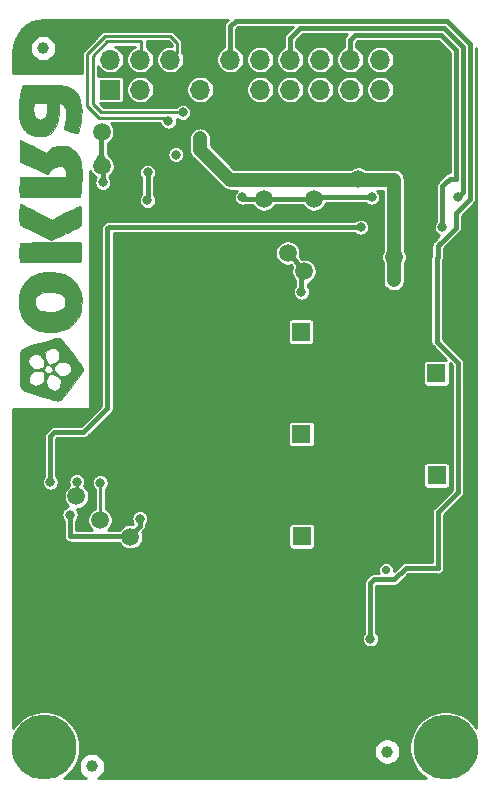
<source format=gbl>
G04 #@! TF.GenerationSoftware,KiCad,Pcbnew,(5.1.10)-1*
G04 #@! TF.CreationDate,2022-01-19T13:45:54+05:30*
G04 #@! TF.ProjectId,P-1000072_Cicada Wi-Fi,502d3130-3030-4303-9732-5f4369636164,0.1*
G04 #@! TF.SameCoordinates,PX7cee6c0PY3dfd240*
G04 #@! TF.FileFunction,Copper,L2,Bot*
G04 #@! TF.FilePolarity,Positive*
%FSLAX46Y46*%
G04 Gerber Fmt 4.6, Leading zero omitted, Abs format (unit mm)*
G04 Created by KiCad (PCBNEW (5.1.10)-1) date 2022-01-19 13:45:54*
%MOMM*%
%LPD*%
G01*
G04 APERTURE LIST*
G04 #@! TA.AperFunction,EtchedComponent*
%ADD10C,0.010000*%
G04 #@! TD*
G04 #@! TA.AperFunction,SMDPad,CuDef*
%ADD11C,1.500000*%
G04 #@! TD*
G04 #@! TA.AperFunction,ComponentPad*
%ADD12O,1.700000X1.700000*%
G04 #@! TD*
G04 #@! TA.AperFunction,ComponentPad*
%ADD13R,1.700000X1.700000*%
G04 #@! TD*
G04 #@! TA.AperFunction,ComponentPad*
%ADD14C,1.600000*%
G04 #@! TD*
G04 #@! TA.AperFunction,ComponentPad*
%ADD15R,1.600000X1.600000*%
G04 #@! TD*
G04 #@! TA.AperFunction,ComponentPad*
%ADD16C,5.500000*%
G04 #@! TD*
G04 #@! TA.AperFunction,SMDPad,CuDef*
%ADD17C,1.000000*%
G04 #@! TD*
G04 #@! TA.AperFunction,ViaPad*
%ADD18C,0.800000*%
G04 #@! TD*
G04 #@! TA.AperFunction,ViaPad*
%ADD19C,0.700000*%
G04 #@! TD*
G04 #@! TA.AperFunction,Conductor*
%ADD20C,1.200000*%
G04 #@! TD*
G04 #@! TA.AperFunction,Conductor*
%ADD21C,0.400000*%
G04 #@! TD*
G04 #@! TA.AperFunction,Conductor*
%ADD22C,0.250000*%
G04 #@! TD*
G04 #@! TA.AperFunction,Conductor*
%ADD23C,0.254000*%
G04 #@! TD*
G04 #@! TA.AperFunction,Conductor*
%ADD24C,0.100000*%
G04 #@! TD*
G04 APERTURE END LIST*
D10*
G36*
X-13836580Y-18980604D02*
G01*
X-13854745Y-18736574D01*
X-13885044Y-18551393D01*
X-14016120Y-18151408D01*
X-14209616Y-17791295D01*
X-14459791Y-17478509D01*
X-14760901Y-17220506D01*
X-15034793Y-17058465D01*
X-15264521Y-16952103D01*
X-15469954Y-16873911D01*
X-15671080Y-16819869D01*
X-15887888Y-16785959D01*
X-16140368Y-16768164D01*
X-16448509Y-16762465D01*
X-16507531Y-16762410D01*
X-16786767Y-16765157D01*
X-17003481Y-16773735D01*
X-17174399Y-16789501D01*
X-17316249Y-16813809D01*
X-17400500Y-16834752D01*
X-17812732Y-16985345D01*
X-18176850Y-17192518D01*
X-18487436Y-17452025D01*
X-18739074Y-17759617D01*
X-18870515Y-17987481D01*
X-18953395Y-18175195D01*
X-19028271Y-18378844D01*
X-19081049Y-18559429D01*
X-19087244Y-18587094D01*
X-19119778Y-18811814D01*
X-19137390Y-19084561D01*
X-19140122Y-19376874D01*
X-19128020Y-19660288D01*
X-19101124Y-19906343D01*
X-19085115Y-19993142D01*
X-18959070Y-20395745D01*
X-18766784Y-20757927D01*
X-18513026Y-21074741D01*
X-18202562Y-21341237D01*
X-17840160Y-21552466D01*
X-17439905Y-21700888D01*
X-17176264Y-21756902D01*
X-16865483Y-21794941D01*
X-16538127Y-21813234D01*
X-16514178Y-21812988D01*
X-16514178Y-20147694D01*
X-16714648Y-20137939D01*
X-17058851Y-20087404D01*
X-17333287Y-20003035D01*
X-17541111Y-19882343D01*
X-17685478Y-19722842D01*
X-17769546Y-19522043D01*
X-17796463Y-19285112D01*
X-17788014Y-19110585D01*
X-17755667Y-18977548D01*
X-17701127Y-18866396D01*
X-17559635Y-18701107D01*
X-17352820Y-18569844D01*
X-17088407Y-18475569D01*
X-16774117Y-18421245D01*
X-16507531Y-18408500D01*
X-16159101Y-18430788D01*
X-15852948Y-18495586D01*
X-15597482Y-18599797D01*
X-15401112Y-18740324D01*
X-15308916Y-18850017D01*
X-15247503Y-18956983D01*
X-15214702Y-19062604D01*
X-15202379Y-19199530D01*
X-15201345Y-19281625D01*
X-15207111Y-19444442D01*
X-15229715Y-19560740D01*
X-15277118Y-19662878D01*
X-15306711Y-19709901D01*
X-15448884Y-19858626D01*
X-15653941Y-19980788D01*
X-15908658Y-20072367D01*
X-16199811Y-20129342D01*
X-16514178Y-20147694D01*
X-16514178Y-21812988D01*
X-16224759Y-21810007D01*
X-15971750Y-21786001D01*
X-15504612Y-21684845D01*
X-15097383Y-21532970D01*
X-14747007Y-21327987D01*
X-14450426Y-21067503D01*
X-14204582Y-20749130D01*
X-14006419Y-20370474D01*
X-13937552Y-20195330D01*
X-13894060Y-20024330D01*
X-13861534Y-19795990D01*
X-13840657Y-19531678D01*
X-13832111Y-19252761D01*
X-13836580Y-18980604D01*
G37*
X-13836580Y-18980604D02*
X-13854745Y-18736574D01*
X-13885044Y-18551393D01*
X-14016120Y-18151408D01*
X-14209616Y-17791295D01*
X-14459791Y-17478509D01*
X-14760901Y-17220506D01*
X-15034793Y-17058465D01*
X-15264521Y-16952103D01*
X-15469954Y-16873911D01*
X-15671080Y-16819869D01*
X-15887888Y-16785959D01*
X-16140368Y-16768164D01*
X-16448509Y-16762465D01*
X-16507531Y-16762410D01*
X-16786767Y-16765157D01*
X-17003481Y-16773735D01*
X-17174399Y-16789501D01*
X-17316249Y-16813809D01*
X-17400500Y-16834752D01*
X-17812732Y-16985345D01*
X-18176850Y-17192518D01*
X-18487436Y-17452025D01*
X-18739074Y-17759617D01*
X-18870515Y-17987481D01*
X-18953395Y-18175195D01*
X-19028271Y-18378844D01*
X-19081049Y-18559429D01*
X-19087244Y-18587094D01*
X-19119778Y-18811814D01*
X-19137390Y-19084561D01*
X-19140122Y-19376874D01*
X-19128020Y-19660288D01*
X-19101124Y-19906343D01*
X-19085115Y-19993142D01*
X-18959070Y-20395745D01*
X-18766784Y-20757927D01*
X-18513026Y-21074741D01*
X-18202562Y-21341237D01*
X-17840160Y-21552466D01*
X-17439905Y-21700888D01*
X-17176264Y-21756902D01*
X-16865483Y-21794941D01*
X-16538127Y-21813234D01*
X-16514178Y-21812988D01*
X-16514178Y-20147694D01*
X-16714648Y-20137939D01*
X-17058851Y-20087404D01*
X-17333287Y-20003035D01*
X-17541111Y-19882343D01*
X-17685478Y-19722842D01*
X-17769546Y-19522043D01*
X-17796463Y-19285112D01*
X-17788014Y-19110585D01*
X-17755667Y-18977548D01*
X-17701127Y-18866396D01*
X-17559635Y-18701107D01*
X-17352820Y-18569844D01*
X-17088407Y-18475569D01*
X-16774117Y-18421245D01*
X-16507531Y-18408500D01*
X-16159101Y-18430788D01*
X-15852948Y-18495586D01*
X-15597482Y-18599797D01*
X-15401112Y-18740324D01*
X-15308916Y-18850017D01*
X-15247503Y-18956983D01*
X-15214702Y-19062604D01*
X-15202379Y-19199530D01*
X-15201345Y-19281625D01*
X-15207111Y-19444442D01*
X-15229715Y-19560740D01*
X-15277118Y-19662878D01*
X-15306711Y-19709901D01*
X-15448884Y-19858626D01*
X-15653941Y-19980788D01*
X-15908658Y-20072367D01*
X-16199811Y-20129342D01*
X-16514178Y-20147694D01*
X-16514178Y-21812988D01*
X-16224759Y-21810007D01*
X-15971750Y-21786001D01*
X-15504612Y-21684845D01*
X-15097383Y-21532970D01*
X-14747007Y-21327987D01*
X-14450426Y-21067503D01*
X-14204582Y-20749130D01*
X-14006419Y-20370474D01*
X-13937552Y-20195330D01*
X-13894060Y-20024330D01*
X-13861534Y-19795990D01*
X-13840657Y-19531678D01*
X-13832111Y-19252761D01*
X-13836580Y-18980604D01*
G36*
X-13853166Y-2681053D02*
G01*
X-13928055Y-2272155D01*
X-14055183Y-1920100D01*
X-14236446Y-1621872D01*
X-14473735Y-1374458D01*
X-14768946Y-1174844D01*
X-15123972Y-1020014D01*
X-15178000Y-1001920D01*
X-15239281Y-984448D01*
X-15310857Y-969862D01*
X-15400569Y-957811D01*
X-15516261Y-947946D01*
X-15665774Y-939916D01*
X-15856952Y-933371D01*
X-16097636Y-927961D01*
X-16395670Y-923335D01*
X-16758894Y-919144D01*
X-17105606Y-915832D01*
X-18814931Y-900458D01*
X-18864284Y-1065184D01*
X-18892454Y-1170842D01*
X-18931029Y-1331145D01*
X-18974588Y-1522955D01*
X-19011422Y-1693189D01*
X-19056327Y-1954138D01*
X-19092043Y-2257203D01*
X-19117548Y-2581418D01*
X-19131819Y-2905818D01*
X-19133836Y-3209436D01*
X-19122577Y-3471308D01*
X-19105498Y-3623362D01*
X-19022857Y-4016041D01*
X-18907396Y-4343902D01*
X-18754958Y-4616144D01*
X-18561387Y-4841967D01*
X-18550247Y-4852492D01*
X-18301395Y-5046437D01*
X-18031060Y-5177747D01*
X-17726795Y-5250451D01*
X-17376151Y-5268580D01*
X-17331542Y-5266926D01*
X-17331542Y-3841162D01*
X-17502591Y-3821159D01*
X-17660533Y-3739637D01*
X-17791613Y-3598069D01*
X-17878507Y-3410056D01*
X-17897817Y-3303601D01*
X-17909369Y-3152235D01*
X-17913441Y-2977470D01*
X-17910312Y-2800815D01*
X-17900262Y-2643781D01*
X-17883569Y-2527877D01*
X-17866441Y-2480298D01*
X-17836742Y-2452091D01*
X-17787447Y-2433487D01*
X-17704836Y-2423097D01*
X-17575190Y-2419533D01*
X-17384790Y-2421410D01*
X-17300894Y-2423103D01*
X-16785343Y-2434282D01*
X-16786380Y-2890688D01*
X-16788807Y-3098329D01*
X-16796882Y-3246314D01*
X-16813458Y-3354314D01*
X-16841389Y-3442001D01*
X-16877278Y-3517323D01*
X-17005133Y-3690717D01*
X-17161139Y-3798172D01*
X-17331542Y-3841162D01*
X-17331542Y-5266926D01*
X-17276360Y-5264878D01*
X-16939254Y-5217491D01*
X-16650988Y-5111465D01*
X-16403377Y-4943372D01*
X-16320100Y-4864426D01*
X-16139024Y-4647006D01*
X-15996101Y-4402065D01*
X-15888078Y-4119404D01*
X-15811700Y-3788824D01*
X-15763716Y-3400128D01*
X-15744227Y-3059360D01*
X-15722999Y-2454125D01*
X-15624424Y-2454125D01*
X-15519300Y-2488010D01*
X-15403268Y-2577091D01*
X-15293986Y-2702507D01*
X-15209113Y-2845397D01*
X-15177212Y-2931814D01*
X-15152196Y-3093240D01*
X-15144129Y-3329021D01*
X-15150682Y-3585219D01*
X-15168079Y-3857913D01*
X-15196108Y-4083685D01*
X-15240237Y-4294823D01*
X-15305933Y-4523611D01*
X-15313791Y-4548367D01*
X-15321645Y-4599324D01*
X-15298017Y-4641569D01*
X-15229231Y-4687861D01*
X-15101610Y-4750957D01*
X-15091607Y-4755638D01*
X-14910370Y-4825805D01*
X-14703249Y-4885082D01*
X-14562843Y-4912876D01*
X-14371739Y-4940180D01*
X-14243535Y-4951116D01*
X-14162194Y-4937636D01*
X-14111679Y-4891693D01*
X-14075952Y-4805237D01*
X-14038976Y-4670222D01*
X-14032753Y-4646860D01*
X-13906269Y-4074489D01*
X-13840577Y-3519483D01*
X-13828624Y-3149807D01*
X-13853166Y-2681053D01*
G37*
X-13853166Y-2681053D02*
X-13928055Y-2272155D01*
X-14055183Y-1920100D01*
X-14236446Y-1621872D01*
X-14473735Y-1374458D01*
X-14768946Y-1174844D01*
X-15123972Y-1020014D01*
X-15178000Y-1001920D01*
X-15239281Y-984448D01*
X-15310857Y-969862D01*
X-15400569Y-957811D01*
X-15516261Y-947946D01*
X-15665774Y-939916D01*
X-15856952Y-933371D01*
X-16097636Y-927961D01*
X-16395670Y-923335D01*
X-16758894Y-919144D01*
X-17105606Y-915832D01*
X-18814931Y-900458D01*
X-18864284Y-1065184D01*
X-18892454Y-1170842D01*
X-18931029Y-1331145D01*
X-18974588Y-1522955D01*
X-19011422Y-1693189D01*
X-19056327Y-1954138D01*
X-19092043Y-2257203D01*
X-19117548Y-2581418D01*
X-19131819Y-2905818D01*
X-19133836Y-3209436D01*
X-19122577Y-3471308D01*
X-19105498Y-3623362D01*
X-19022857Y-4016041D01*
X-18907396Y-4343902D01*
X-18754958Y-4616144D01*
X-18561387Y-4841967D01*
X-18550247Y-4852492D01*
X-18301395Y-5046437D01*
X-18031060Y-5177747D01*
X-17726795Y-5250451D01*
X-17376151Y-5268580D01*
X-17331542Y-5266926D01*
X-17331542Y-3841162D01*
X-17502591Y-3821159D01*
X-17660533Y-3739637D01*
X-17791613Y-3598069D01*
X-17878507Y-3410056D01*
X-17897817Y-3303601D01*
X-17909369Y-3152235D01*
X-17913441Y-2977470D01*
X-17910312Y-2800815D01*
X-17900262Y-2643781D01*
X-17883569Y-2527877D01*
X-17866441Y-2480298D01*
X-17836742Y-2452091D01*
X-17787447Y-2433487D01*
X-17704836Y-2423097D01*
X-17575190Y-2419533D01*
X-17384790Y-2421410D01*
X-17300894Y-2423103D01*
X-16785343Y-2434282D01*
X-16786380Y-2890688D01*
X-16788807Y-3098329D01*
X-16796882Y-3246314D01*
X-16813458Y-3354314D01*
X-16841389Y-3442001D01*
X-16877278Y-3517323D01*
X-17005133Y-3690717D01*
X-17161139Y-3798172D01*
X-17331542Y-3841162D01*
X-17331542Y-5266926D01*
X-17276360Y-5264878D01*
X-16939254Y-5217491D01*
X-16650988Y-5111465D01*
X-16403377Y-4943372D01*
X-16320100Y-4864426D01*
X-16139024Y-4647006D01*
X-15996101Y-4402065D01*
X-15888078Y-4119404D01*
X-15811700Y-3788824D01*
X-15763716Y-3400128D01*
X-15744227Y-3059360D01*
X-15722999Y-2454125D01*
X-15624424Y-2454125D01*
X-15519300Y-2488010D01*
X-15403268Y-2577091D01*
X-15293986Y-2702507D01*
X-15209113Y-2845397D01*
X-15177212Y-2931814D01*
X-15152196Y-3093240D01*
X-15144129Y-3329021D01*
X-15150682Y-3585219D01*
X-15168079Y-3857913D01*
X-15196108Y-4083685D01*
X-15240237Y-4294823D01*
X-15305933Y-4523611D01*
X-15313791Y-4548367D01*
X-15321645Y-4599324D01*
X-15298017Y-4641569D01*
X-15229231Y-4687861D01*
X-15101610Y-4750957D01*
X-15091607Y-4755638D01*
X-14910370Y-4825805D01*
X-14703249Y-4885082D01*
X-14562843Y-4912876D01*
X-14371739Y-4940180D01*
X-14243535Y-4951116D01*
X-14162194Y-4937636D01*
X-14111679Y-4891693D01*
X-14075952Y-4805237D01*
X-14038976Y-4670222D01*
X-14032753Y-4646860D01*
X-13906269Y-4074489D01*
X-13840577Y-3519483D01*
X-13828624Y-3149807D01*
X-13853166Y-2681053D01*
G36*
X-13889956Y-14861263D02*
G01*
X-13894277Y-14658353D01*
X-13902053Y-14490657D01*
X-13913300Y-14376595D01*
X-13918678Y-14350454D01*
X-13949199Y-14241313D01*
X-16486101Y-14241313D01*
X-17029362Y-14241680D01*
X-17497528Y-14242833D01*
X-17894876Y-14244851D01*
X-18225685Y-14247813D01*
X-18494230Y-14251797D01*
X-18704789Y-14256882D01*
X-18861640Y-14263147D01*
X-18969060Y-14270670D01*
X-19031325Y-14279530D01*
X-19052181Y-14288525D01*
X-19062712Y-14342918D01*
X-19072443Y-14460037D01*
X-19080988Y-14623235D01*
X-19087965Y-14815865D01*
X-19092990Y-15021280D01*
X-19095678Y-15222831D01*
X-19095646Y-15403872D01*
X-19092510Y-15547755D01*
X-19085885Y-15637833D01*
X-19083585Y-15650219D01*
X-19058808Y-15757073D01*
X-19045229Y-15818891D01*
X-19026175Y-15908188D01*
X-13951284Y-15908188D01*
X-13919720Y-15759360D01*
X-13906964Y-15656666D01*
X-13897595Y-15497090D01*
X-13891629Y-15299051D01*
X-13889078Y-15080969D01*
X-13889956Y-14861263D01*
G37*
X-13889956Y-14861263D02*
X-13894277Y-14658353D01*
X-13902053Y-14490657D01*
X-13913300Y-14376595D01*
X-13918678Y-14350454D01*
X-13949199Y-14241313D01*
X-16486101Y-14241313D01*
X-17029362Y-14241680D01*
X-17497528Y-14242833D01*
X-17894876Y-14244851D01*
X-18225685Y-14247813D01*
X-18494230Y-14251797D01*
X-18704789Y-14256882D01*
X-18861640Y-14263147D01*
X-18969060Y-14270670D01*
X-19031325Y-14279530D01*
X-19052181Y-14288525D01*
X-19062712Y-14342918D01*
X-19072443Y-14460037D01*
X-19080988Y-14623235D01*
X-19087965Y-14815865D01*
X-19092990Y-15021280D01*
X-19095678Y-15222831D01*
X-19095646Y-15403872D01*
X-19092510Y-15547755D01*
X-19085885Y-15637833D01*
X-19083585Y-15650219D01*
X-19058808Y-15757073D01*
X-19045229Y-15818891D01*
X-19026175Y-15908188D01*
X-13951284Y-15908188D01*
X-13919720Y-15759360D01*
X-13906964Y-15656666D01*
X-13897595Y-15497090D01*
X-13891629Y-15299051D01*
X-13889078Y-15080969D01*
X-13889956Y-14861263D01*
G36*
X-13887743Y-11796595D02*
G01*
X-13892119Y-11581360D01*
X-13899978Y-11393670D01*
X-13911321Y-11248413D01*
X-13926148Y-11160476D01*
X-13934436Y-11143064D01*
X-13964844Y-11138553D01*
X-14030337Y-11156199D01*
X-14136508Y-11198580D01*
X-14288951Y-11268272D01*
X-14493259Y-11367851D01*
X-14755025Y-11499896D01*
X-15079844Y-11666982D01*
X-15144905Y-11700700D01*
X-16309093Y-12304617D01*
X-17666636Y-11626886D01*
X-18049688Y-11436828D01*
X-18365846Y-11282612D01*
X-18618291Y-11162795D01*
X-18810201Y-11075933D01*
X-18944756Y-11020583D01*
X-19025135Y-10995302D01*
X-19053903Y-10997249D01*
X-19065654Y-11054749D01*
X-19075581Y-11176159D01*
X-19083515Y-11346031D01*
X-19089286Y-11548916D01*
X-19092724Y-11769367D01*
X-19093660Y-11991935D01*
X-19091923Y-12201173D01*
X-19087344Y-12381632D01*
X-19079752Y-12517865D01*
X-19071360Y-12584798D01*
X-19047390Y-12684449D01*
X-19027303Y-12744022D01*
X-19023941Y-12749070D01*
X-18980541Y-12774395D01*
X-18876065Y-12829249D01*
X-18720278Y-12908818D01*
X-18522944Y-13008289D01*
X-18293827Y-13122847D01*
X-18042691Y-13247680D01*
X-17779301Y-13377974D01*
X-17513421Y-13508913D01*
X-17254815Y-13635686D01*
X-17013247Y-13753478D01*
X-16798482Y-13857475D01*
X-16620284Y-13942864D01*
X-16488416Y-14004830D01*
X-16412644Y-14038561D01*
X-16398631Y-14043344D01*
X-16341390Y-14026391D01*
X-16224649Y-13978455D01*
X-16058714Y-13904600D01*
X-15853894Y-13809888D01*
X-15620494Y-13699385D01*
X-15368821Y-13578152D01*
X-15109182Y-13451254D01*
X-14851885Y-13323755D01*
X-14607235Y-13200717D01*
X-14385540Y-13087204D01*
X-14197106Y-12988281D01*
X-14052240Y-12909010D01*
X-13961250Y-12854455D01*
X-13934554Y-12832790D01*
X-13918059Y-12764909D01*
X-13905039Y-12635252D01*
X-13895496Y-12458704D01*
X-13889432Y-12250154D01*
X-13886847Y-12024489D01*
X-13887743Y-11796595D01*
G37*
X-13887743Y-11796595D02*
X-13892119Y-11581360D01*
X-13899978Y-11393670D01*
X-13911321Y-11248413D01*
X-13926148Y-11160476D01*
X-13934436Y-11143064D01*
X-13964844Y-11138553D01*
X-14030337Y-11156199D01*
X-14136508Y-11198580D01*
X-14288951Y-11268272D01*
X-14493259Y-11367851D01*
X-14755025Y-11499896D01*
X-15079844Y-11666982D01*
X-15144905Y-11700700D01*
X-16309093Y-12304617D01*
X-17666636Y-11626886D01*
X-18049688Y-11436828D01*
X-18365846Y-11282612D01*
X-18618291Y-11162795D01*
X-18810201Y-11075933D01*
X-18944756Y-11020583D01*
X-19025135Y-10995302D01*
X-19053903Y-10997249D01*
X-19065654Y-11054749D01*
X-19075581Y-11176159D01*
X-19083515Y-11346031D01*
X-19089286Y-11548916D01*
X-19092724Y-11769367D01*
X-19093660Y-11991935D01*
X-19091923Y-12201173D01*
X-19087344Y-12381632D01*
X-19079752Y-12517865D01*
X-19071360Y-12584798D01*
X-19047390Y-12684449D01*
X-19027303Y-12744022D01*
X-19023941Y-12749070D01*
X-18980541Y-12774395D01*
X-18876065Y-12829249D01*
X-18720278Y-12908818D01*
X-18522944Y-13008289D01*
X-18293827Y-13122847D01*
X-18042691Y-13247680D01*
X-17779301Y-13377974D01*
X-17513421Y-13508913D01*
X-17254815Y-13635686D01*
X-17013247Y-13753478D01*
X-16798482Y-13857475D01*
X-16620284Y-13942864D01*
X-16488416Y-14004830D01*
X-16412644Y-14038561D01*
X-16398631Y-14043344D01*
X-16341390Y-14026391D01*
X-16224649Y-13978455D01*
X-16058714Y-13904600D01*
X-15853894Y-13809888D01*
X-15620494Y-13699385D01*
X-15368821Y-13578152D01*
X-15109182Y-13451254D01*
X-14851885Y-13323755D01*
X-14607235Y-13200717D01*
X-14385540Y-13087204D01*
X-14197106Y-12988281D01*
X-14052240Y-12909010D01*
X-13961250Y-12854455D01*
X-13934554Y-12832790D01*
X-13918059Y-12764909D01*
X-13905039Y-12635252D01*
X-13895496Y-12458704D01*
X-13889432Y-12250154D01*
X-13886847Y-12024489D01*
X-13887743Y-11796595D01*
G36*
X-13835017Y-8142424D02*
G01*
X-13851518Y-7848721D01*
X-13878001Y-7611865D01*
X-13890271Y-7542374D01*
X-13998512Y-7156814D01*
X-14156055Y-6819681D01*
X-14358598Y-6537273D01*
X-14601842Y-6315887D01*
X-14813013Y-6191505D01*
X-14915388Y-6146540D01*
X-15008143Y-6116411D01*
X-15111224Y-6098190D01*
X-15244575Y-6088952D01*
X-15428142Y-6085769D01*
X-15535187Y-6085532D01*
X-15748543Y-6086902D01*
X-15902506Y-6092971D01*
X-16017039Y-6106675D01*
X-16112104Y-6130950D01*
X-16207664Y-6168734D01*
X-16258216Y-6191896D01*
X-16415758Y-6280934D01*
X-16582088Y-6398050D01*
X-16680822Y-6481287D01*
X-16876492Y-6664314D01*
X-17942167Y-6108164D01*
X-19007843Y-5552015D01*
X-19040909Y-5660023D01*
X-19054055Y-5743832D01*
X-19064626Y-5889954D01*
X-19072468Y-6081366D01*
X-19077425Y-6301045D01*
X-19079344Y-6531964D01*
X-19078070Y-6757102D01*
X-19073447Y-6959433D01*
X-19065322Y-7121934D01*
X-19055073Y-7218944D01*
X-19025104Y-7399856D01*
X-17889142Y-7933319D01*
X-17610087Y-8064311D01*
X-17354120Y-8184360D01*
X-17130077Y-8289329D01*
X-16946797Y-8375081D01*
X-16813117Y-8437480D01*
X-16737877Y-8472388D01*
X-16724809Y-8478292D01*
X-16689965Y-8454074D01*
X-16629140Y-8379518D01*
X-16573847Y-8298762D01*
X-16400260Y-8067175D01*
X-16217884Y-7907448D01*
X-16014527Y-7812138D01*
X-15777996Y-7773804D01*
X-15711257Y-7772250D01*
X-15486147Y-7798099D01*
X-15317342Y-7877587D01*
X-15202130Y-8013626D01*
X-15137798Y-8209128D01*
X-15121186Y-8405726D01*
X-15118468Y-8665219D01*
X-17068546Y-8675512D01*
X-19018624Y-8685806D01*
X-19044589Y-8774731D01*
X-19055398Y-8847102D01*
X-19066110Y-8978925D01*
X-19076062Y-9151547D01*
X-19084588Y-9346314D01*
X-19091024Y-9544574D01*
X-19094705Y-9727672D01*
X-19094967Y-9876956D01*
X-19091146Y-9973772D01*
X-19088050Y-9994750D01*
X-19071637Y-10072212D01*
X-19051417Y-10184724D01*
X-19048375Y-10203110D01*
X-19024090Y-10351938D01*
X-13954664Y-10351938D01*
X-13931689Y-10203110D01*
X-13893527Y-9904069D01*
X-13863852Y-9565949D01*
X-13842915Y-9204736D01*
X-13830965Y-8836419D01*
X-13828249Y-8476986D01*
X-13835017Y-8142424D01*
G37*
X-13835017Y-8142424D02*
X-13851518Y-7848721D01*
X-13878001Y-7611865D01*
X-13890271Y-7542374D01*
X-13998512Y-7156814D01*
X-14156055Y-6819681D01*
X-14358598Y-6537273D01*
X-14601842Y-6315887D01*
X-14813013Y-6191505D01*
X-14915388Y-6146540D01*
X-15008143Y-6116411D01*
X-15111224Y-6098190D01*
X-15244575Y-6088952D01*
X-15428142Y-6085769D01*
X-15535187Y-6085532D01*
X-15748543Y-6086902D01*
X-15902506Y-6092971D01*
X-16017039Y-6106675D01*
X-16112104Y-6130950D01*
X-16207664Y-6168734D01*
X-16258216Y-6191896D01*
X-16415758Y-6280934D01*
X-16582088Y-6398050D01*
X-16680822Y-6481287D01*
X-16876492Y-6664314D01*
X-17942167Y-6108164D01*
X-19007843Y-5552015D01*
X-19040909Y-5660023D01*
X-19054055Y-5743832D01*
X-19064626Y-5889954D01*
X-19072468Y-6081366D01*
X-19077425Y-6301045D01*
X-19079344Y-6531964D01*
X-19078070Y-6757102D01*
X-19073447Y-6959433D01*
X-19065322Y-7121934D01*
X-19055073Y-7218944D01*
X-19025104Y-7399856D01*
X-17889142Y-7933319D01*
X-17610087Y-8064311D01*
X-17354120Y-8184360D01*
X-17130077Y-8289329D01*
X-16946797Y-8375081D01*
X-16813117Y-8437480D01*
X-16737877Y-8472388D01*
X-16724809Y-8478292D01*
X-16689965Y-8454074D01*
X-16629140Y-8379518D01*
X-16573847Y-8298762D01*
X-16400260Y-8067175D01*
X-16217884Y-7907448D01*
X-16014527Y-7812138D01*
X-15777996Y-7773804D01*
X-15711257Y-7772250D01*
X-15486147Y-7798099D01*
X-15317342Y-7877587D01*
X-15202130Y-8013626D01*
X-15137798Y-8209128D01*
X-15121186Y-8405726D01*
X-15118468Y-8665219D01*
X-17068546Y-8675512D01*
X-19018624Y-8685806D01*
X-19044589Y-8774731D01*
X-19055398Y-8847102D01*
X-19066110Y-8978925D01*
X-19076062Y-9151547D01*
X-19084588Y-9346314D01*
X-19091024Y-9544574D01*
X-19094705Y-9727672D01*
X-19094967Y-9876956D01*
X-19091146Y-9973772D01*
X-19088050Y-9994750D01*
X-19071637Y-10072212D01*
X-19051417Y-10184724D01*
X-19048375Y-10203110D01*
X-19024090Y-10351938D01*
X-13954664Y-10351938D01*
X-13931689Y-10203110D01*
X-13893527Y-9904069D01*
X-13863852Y-9565949D01*
X-13842915Y-9204736D01*
X-13830965Y-8836419D01*
X-13828249Y-8476986D01*
X-13835017Y-8142424D01*
G36*
X-13760667Y-24809740D02*
G01*
X-13797443Y-24740853D01*
X-13876009Y-24619009D01*
X-13989257Y-24453774D01*
X-14130077Y-24254716D01*
X-14291361Y-24031400D01*
X-14465999Y-23793394D01*
X-14646884Y-23550265D01*
X-14826906Y-23311580D01*
X-14998958Y-23086905D01*
X-15155929Y-22885808D01*
X-15290711Y-22717855D01*
X-15396197Y-22592613D01*
X-15455523Y-22528811D01*
X-15537772Y-22451571D01*
X-15613489Y-22392836D01*
X-15692082Y-22353234D01*
X-15782960Y-22333394D01*
X-15895531Y-22333944D01*
X-16039204Y-22355513D01*
X-16223388Y-22398730D01*
X-16457489Y-22464223D01*
X-16750919Y-22552621D01*
X-17010289Y-22632688D01*
X-17431782Y-22763197D01*
X-17784196Y-22872602D01*
X-18074146Y-22963689D01*
X-18308248Y-23039244D01*
X-18493116Y-23102051D01*
X-18635367Y-23154897D01*
X-18741617Y-23200567D01*
X-18818479Y-23241847D01*
X-18872570Y-23281521D01*
X-18910505Y-23322377D01*
X-18938901Y-23367200D01*
X-18964371Y-23418774D01*
X-18986051Y-23464631D01*
X-19008022Y-23513667D01*
X-19025642Y-23566292D01*
X-19039390Y-23631409D01*
X-19049742Y-23717919D01*
X-19057178Y-23834723D01*
X-19062173Y-23990724D01*
X-19065207Y-24194821D01*
X-19066757Y-24455918D01*
X-19067300Y-24782916D01*
X-19067343Y-24979390D01*
X-19067132Y-25343294D01*
X-19066194Y-25636721D01*
X-19064039Y-25868566D01*
X-19060181Y-26047728D01*
X-19054131Y-26183103D01*
X-19045402Y-26283588D01*
X-19033506Y-26358080D01*
X-19017955Y-26415476D01*
X-18998261Y-26464672D01*
X-18984301Y-26493858D01*
X-18901503Y-26622922D01*
X-18787225Y-26725075D01*
X-18625732Y-26810954D01*
X-18401292Y-26891198D01*
X-18392687Y-26893855D01*
X-18287154Y-26926406D01*
X-18118374Y-26978568D01*
X-17898913Y-27046451D01*
X-17744997Y-27094087D01*
X-17744997Y-26369618D01*
X-17943944Y-26324027D01*
X-18116549Y-26205756D01*
X-18131044Y-26191085D01*
X-18247473Y-26020557D01*
X-18288067Y-25830075D01*
X-18252983Y-25617822D01*
X-18192480Y-25472875D01*
X-18055285Y-25275324D01*
X-17877724Y-25145501D01*
X-17665053Y-25084980D01*
X-17665053Y-24955439D01*
X-17818503Y-24948608D01*
X-17850306Y-24942297D01*
X-18002932Y-24868180D01*
X-18145468Y-24736861D01*
X-18261583Y-24570268D01*
X-18334951Y-24390328D01*
X-18352128Y-24268405D01*
X-18335246Y-24154344D01*
X-18293001Y-24029173D01*
X-18288575Y-24019576D01*
X-18171788Y-23857835D01*
X-18009649Y-23750957D01*
X-17816279Y-23701235D01*
X-17605798Y-23710962D01*
X-17392324Y-23782431D01*
X-17270916Y-23854326D01*
X-17141419Y-23986145D01*
X-17051305Y-24175796D01*
X-17004711Y-24374793D01*
X-16983751Y-24563181D01*
X-16996823Y-24694306D01*
X-17049175Y-24784877D01*
X-17146056Y-24851602D01*
X-17155997Y-24856463D01*
X-17299672Y-24905148D01*
X-17480733Y-24939546D01*
X-17665053Y-24955439D01*
X-17665053Y-25084980D01*
X-17661915Y-25084086D01*
X-17409974Y-25091760D01*
X-17182218Y-25148635D01*
X-16983781Y-25214907D01*
X-16985809Y-25552250D01*
X-16997653Y-25786597D01*
X-17034874Y-25960327D01*
X-17104881Y-26090138D01*
X-17215083Y-26192728D01*
X-17291580Y-26241347D01*
X-17525583Y-26342175D01*
X-17744997Y-26369618D01*
X-17744997Y-27094087D01*
X-17641341Y-27126168D01*
X-17358226Y-27213829D01*
X-17062136Y-27305546D01*
X-17030747Y-27315271D01*
X-16709768Y-27414338D01*
X-16455123Y-27491626D01*
X-16257482Y-27549347D01*
X-16111106Y-27588741D01*
X-16111106Y-26779034D01*
X-16312220Y-26753333D01*
X-16472354Y-26682799D01*
X-16660351Y-26531315D01*
X-16782492Y-26342149D01*
X-16835078Y-26126982D01*
X-16814409Y-25897496D01*
X-16765278Y-25757727D01*
X-16668884Y-25563226D01*
X-16641757Y-25524897D01*
X-16641757Y-25314125D01*
X-16759303Y-25301387D01*
X-16843941Y-25249860D01*
X-16901089Y-25185141D01*
X-16978521Y-25067875D01*
X-16996124Y-24969569D01*
X-16954800Y-24860700D01*
X-16913032Y-24794135D01*
X-16836437Y-24702043D01*
X-16747722Y-24659451D01*
X-16655274Y-24647088D01*
X-16533749Y-24648734D01*
X-16474947Y-24674280D01*
X-16474947Y-24591763D01*
X-16542497Y-24587107D01*
X-16602460Y-24540213D01*
X-16657452Y-24477814D01*
X-16757093Y-24341033D01*
X-16848716Y-24179959D01*
X-16920086Y-24019932D01*
X-16958965Y-23886294D01*
X-16962678Y-23845688D01*
X-16945693Y-23746907D01*
X-16903976Y-23622871D01*
X-16888695Y-23587719D01*
X-16762375Y-23386323D01*
X-16604336Y-23243129D01*
X-16426796Y-23160269D01*
X-16241972Y-23139877D01*
X-16062082Y-23184086D01*
X-15899345Y-23295030D01*
X-15811474Y-23399643D01*
X-15743443Y-23551208D01*
X-15710268Y-23737861D01*
X-15712476Y-23930922D01*
X-15750593Y-24101712D01*
X-15796957Y-24190043D01*
X-15940965Y-24336306D01*
X-16132193Y-24465424D01*
X-16338586Y-24556293D01*
X-16365452Y-24564363D01*
X-16474947Y-24591763D01*
X-16474947Y-24674280D01*
X-16449341Y-24685405D01*
X-16388679Y-24742180D01*
X-16304875Y-24880541D01*
X-16289647Y-25023747D01*
X-16335341Y-25154508D01*
X-16434307Y-25255532D01*
X-16578894Y-25309528D01*
X-16641757Y-25314125D01*
X-16641757Y-25524897D01*
X-16579982Y-25437609D01*
X-16483959Y-25373525D01*
X-16366203Y-25363623D01*
X-16212103Y-25400550D01*
X-16120023Y-25433092D01*
X-15887745Y-25554374D01*
X-15717220Y-25716472D01*
X-15612448Y-25910642D01*
X-15577429Y-26128141D01*
X-15616164Y-26360224D01*
X-15652814Y-26454321D01*
X-15768943Y-26626055D01*
X-15925860Y-26735450D01*
X-16111106Y-26779034D01*
X-16111106Y-27588741D01*
X-16107516Y-27589708D01*
X-15995894Y-27614921D01*
X-15913288Y-27627193D01*
X-15850367Y-27628734D01*
X-15797802Y-27621755D01*
X-15767480Y-27614430D01*
X-15635422Y-27558199D01*
X-15503664Y-27471280D01*
X-15473268Y-27444940D01*
X-15470115Y-27441570D01*
X-15470115Y-25579419D01*
X-15559157Y-25561356D01*
X-15636726Y-25533630D01*
X-15737909Y-25477738D01*
X-15858984Y-25386217D01*
X-15983322Y-25275117D01*
X-16094297Y-25160490D01*
X-16175278Y-25058387D01*
X-16209637Y-24984859D01*
X-16209875Y-24980388D01*
X-16189217Y-24922103D01*
X-16135917Y-24823646D01*
X-16083939Y-24740731D01*
X-15909971Y-24526289D01*
X-15722087Y-24388718D01*
X-15517696Y-24326327D01*
X-15442544Y-24321938D01*
X-15205665Y-24354323D01*
X-14998899Y-24445458D01*
X-14836076Y-24586314D01*
X-14731024Y-24767862D01*
X-14723031Y-24791717D01*
X-14708857Y-24962660D01*
X-14761700Y-25136524D01*
X-14871193Y-25298551D01*
X-15026970Y-25433982D01*
X-15218668Y-25528061D01*
X-15246265Y-25536653D01*
X-15377777Y-25571092D01*
X-15470115Y-25579419D01*
X-15470115Y-27441570D01*
X-15397048Y-27363474D01*
X-15285998Y-27231348D01*
X-15147056Y-27057939D01*
X-14987157Y-26852624D01*
X-14813238Y-26624778D01*
X-14632233Y-26383781D01*
X-14451080Y-26139007D01*
X-14276715Y-25899834D01*
X-14116073Y-25675639D01*
X-13976090Y-25475799D01*
X-13863703Y-25309690D01*
X-13785848Y-25186690D01*
X-13749461Y-25116175D01*
X-13748637Y-25113414D01*
X-13728806Y-24958868D01*
X-13760667Y-24809740D01*
G37*
X-13760667Y-24809740D02*
X-13797443Y-24740853D01*
X-13876009Y-24619009D01*
X-13989257Y-24453774D01*
X-14130077Y-24254716D01*
X-14291361Y-24031400D01*
X-14465999Y-23793394D01*
X-14646884Y-23550265D01*
X-14826906Y-23311580D01*
X-14998958Y-23086905D01*
X-15155929Y-22885808D01*
X-15290711Y-22717855D01*
X-15396197Y-22592613D01*
X-15455523Y-22528811D01*
X-15537772Y-22451571D01*
X-15613489Y-22392836D01*
X-15692082Y-22353234D01*
X-15782960Y-22333394D01*
X-15895531Y-22333944D01*
X-16039204Y-22355513D01*
X-16223388Y-22398730D01*
X-16457489Y-22464223D01*
X-16750919Y-22552621D01*
X-17010289Y-22632688D01*
X-17431782Y-22763197D01*
X-17784196Y-22872602D01*
X-18074146Y-22963689D01*
X-18308248Y-23039244D01*
X-18493116Y-23102051D01*
X-18635367Y-23154897D01*
X-18741617Y-23200567D01*
X-18818479Y-23241847D01*
X-18872570Y-23281521D01*
X-18910505Y-23322377D01*
X-18938901Y-23367200D01*
X-18964371Y-23418774D01*
X-18986051Y-23464631D01*
X-19008022Y-23513667D01*
X-19025642Y-23566292D01*
X-19039390Y-23631409D01*
X-19049742Y-23717919D01*
X-19057178Y-23834723D01*
X-19062173Y-23990724D01*
X-19065207Y-24194821D01*
X-19066757Y-24455918D01*
X-19067300Y-24782916D01*
X-19067343Y-24979390D01*
X-19067132Y-25343294D01*
X-19066194Y-25636721D01*
X-19064039Y-25868566D01*
X-19060181Y-26047728D01*
X-19054131Y-26183103D01*
X-19045402Y-26283588D01*
X-19033506Y-26358080D01*
X-19017955Y-26415476D01*
X-18998261Y-26464672D01*
X-18984301Y-26493858D01*
X-18901503Y-26622922D01*
X-18787225Y-26725075D01*
X-18625732Y-26810954D01*
X-18401292Y-26891198D01*
X-18392687Y-26893855D01*
X-18287154Y-26926406D01*
X-18118374Y-26978568D01*
X-17898913Y-27046451D01*
X-17744997Y-27094087D01*
X-17744997Y-26369618D01*
X-17943944Y-26324027D01*
X-18116549Y-26205756D01*
X-18131044Y-26191085D01*
X-18247473Y-26020557D01*
X-18288067Y-25830075D01*
X-18252983Y-25617822D01*
X-18192480Y-25472875D01*
X-18055285Y-25275324D01*
X-17877724Y-25145501D01*
X-17665053Y-25084980D01*
X-17665053Y-24955439D01*
X-17818503Y-24948608D01*
X-17850306Y-24942297D01*
X-18002932Y-24868180D01*
X-18145468Y-24736861D01*
X-18261583Y-24570268D01*
X-18334951Y-24390328D01*
X-18352128Y-24268405D01*
X-18335246Y-24154344D01*
X-18293001Y-24029173D01*
X-18288575Y-24019576D01*
X-18171788Y-23857835D01*
X-18009649Y-23750957D01*
X-17816279Y-23701235D01*
X-17605798Y-23710962D01*
X-17392324Y-23782431D01*
X-17270916Y-23854326D01*
X-17141419Y-23986145D01*
X-17051305Y-24175796D01*
X-17004711Y-24374793D01*
X-16983751Y-24563181D01*
X-16996823Y-24694306D01*
X-17049175Y-24784877D01*
X-17146056Y-24851602D01*
X-17155997Y-24856463D01*
X-17299672Y-24905148D01*
X-17480733Y-24939546D01*
X-17665053Y-24955439D01*
X-17665053Y-25084980D01*
X-17661915Y-25084086D01*
X-17409974Y-25091760D01*
X-17182218Y-25148635D01*
X-16983781Y-25214907D01*
X-16985809Y-25552250D01*
X-16997653Y-25786597D01*
X-17034874Y-25960327D01*
X-17104881Y-26090138D01*
X-17215083Y-26192728D01*
X-17291580Y-26241347D01*
X-17525583Y-26342175D01*
X-17744997Y-26369618D01*
X-17744997Y-27094087D01*
X-17641341Y-27126168D01*
X-17358226Y-27213829D01*
X-17062136Y-27305546D01*
X-17030747Y-27315271D01*
X-16709768Y-27414338D01*
X-16455123Y-27491626D01*
X-16257482Y-27549347D01*
X-16111106Y-27588741D01*
X-16111106Y-26779034D01*
X-16312220Y-26753333D01*
X-16472354Y-26682799D01*
X-16660351Y-26531315D01*
X-16782492Y-26342149D01*
X-16835078Y-26126982D01*
X-16814409Y-25897496D01*
X-16765278Y-25757727D01*
X-16668884Y-25563226D01*
X-16641757Y-25524897D01*
X-16641757Y-25314125D01*
X-16759303Y-25301387D01*
X-16843941Y-25249860D01*
X-16901089Y-25185141D01*
X-16978521Y-25067875D01*
X-16996124Y-24969569D01*
X-16954800Y-24860700D01*
X-16913032Y-24794135D01*
X-16836437Y-24702043D01*
X-16747722Y-24659451D01*
X-16655274Y-24647088D01*
X-16533749Y-24648734D01*
X-16474947Y-24674280D01*
X-16474947Y-24591763D01*
X-16542497Y-24587107D01*
X-16602460Y-24540213D01*
X-16657452Y-24477814D01*
X-16757093Y-24341033D01*
X-16848716Y-24179959D01*
X-16920086Y-24019932D01*
X-16958965Y-23886294D01*
X-16962678Y-23845688D01*
X-16945693Y-23746907D01*
X-16903976Y-23622871D01*
X-16888695Y-23587719D01*
X-16762375Y-23386323D01*
X-16604336Y-23243129D01*
X-16426796Y-23160269D01*
X-16241972Y-23139877D01*
X-16062082Y-23184086D01*
X-15899345Y-23295030D01*
X-15811474Y-23399643D01*
X-15743443Y-23551208D01*
X-15710268Y-23737861D01*
X-15712476Y-23930922D01*
X-15750593Y-24101712D01*
X-15796957Y-24190043D01*
X-15940965Y-24336306D01*
X-16132193Y-24465424D01*
X-16338586Y-24556293D01*
X-16365452Y-24564363D01*
X-16474947Y-24591763D01*
X-16474947Y-24674280D01*
X-16449341Y-24685405D01*
X-16388679Y-24742180D01*
X-16304875Y-24880541D01*
X-16289647Y-25023747D01*
X-16335341Y-25154508D01*
X-16434307Y-25255532D01*
X-16578894Y-25309528D01*
X-16641757Y-25314125D01*
X-16641757Y-25524897D01*
X-16579982Y-25437609D01*
X-16483959Y-25373525D01*
X-16366203Y-25363623D01*
X-16212103Y-25400550D01*
X-16120023Y-25433092D01*
X-15887745Y-25554374D01*
X-15717220Y-25716472D01*
X-15612448Y-25910642D01*
X-15577429Y-26128141D01*
X-15616164Y-26360224D01*
X-15652814Y-26454321D01*
X-15768943Y-26626055D01*
X-15925860Y-26735450D01*
X-16111106Y-26779034D01*
X-16111106Y-27588741D01*
X-16107516Y-27589708D01*
X-15995894Y-27614921D01*
X-15913288Y-27627193D01*
X-15850367Y-27628734D01*
X-15797802Y-27621755D01*
X-15767480Y-27614430D01*
X-15635422Y-27558199D01*
X-15503664Y-27471280D01*
X-15473268Y-27444940D01*
X-15470115Y-27441570D01*
X-15470115Y-25579419D01*
X-15559157Y-25561356D01*
X-15636726Y-25533630D01*
X-15737909Y-25477738D01*
X-15858984Y-25386217D01*
X-15983322Y-25275117D01*
X-16094297Y-25160490D01*
X-16175278Y-25058387D01*
X-16209637Y-24984859D01*
X-16209875Y-24980388D01*
X-16189217Y-24922103D01*
X-16135917Y-24823646D01*
X-16083939Y-24740731D01*
X-15909971Y-24526289D01*
X-15722087Y-24388718D01*
X-15517696Y-24326327D01*
X-15442544Y-24321938D01*
X-15205665Y-24354323D01*
X-14998899Y-24445458D01*
X-14836076Y-24586314D01*
X-14731024Y-24767862D01*
X-14723031Y-24791717D01*
X-14708857Y-24962660D01*
X-14761700Y-25136524D01*
X-14871193Y-25298551D01*
X-15026970Y-25433982D01*
X-15218668Y-25528061D01*
X-15246265Y-25536653D01*
X-15377777Y-25571092D01*
X-15470115Y-25579419D01*
X-15470115Y-27441570D01*
X-15397048Y-27363474D01*
X-15285998Y-27231348D01*
X-15147056Y-27057939D01*
X-14987157Y-26852624D01*
X-14813238Y-26624778D01*
X-14632233Y-26383781D01*
X-14451080Y-26139007D01*
X-14276715Y-25899834D01*
X-14116073Y-25675639D01*
X-13976090Y-25475799D01*
X-13863703Y-25309690D01*
X-13785848Y-25186690D01*
X-13749461Y-25116175D01*
X-13748637Y-25113414D01*
X-13728806Y-24958868D01*
X-13760667Y-24809740D01*
D11*
X8204200Y-16454120D03*
D12*
X11455400Y1244600D03*
X11455400Y-1295400D03*
X8915400Y1244600D03*
X8915400Y-1295400D03*
X6375400Y1244600D03*
X6375400Y-1295400D03*
X3835400Y1244600D03*
X3835400Y-1295400D03*
X1295400Y1244600D03*
X1295400Y-1295400D03*
X-1244600Y1244600D03*
X-1244600Y-1295400D03*
X-3784600Y1244600D03*
X-3784600Y-1295400D03*
X-6324600Y1244600D03*
X-6324600Y-1295400D03*
X-8864600Y1244600D03*
X-8864600Y-1295400D03*
X-11404600Y1244600D03*
D13*
X-11404600Y-1295400D03*
D11*
X5008880Y-16687800D03*
D14*
X8280400Y-30457140D03*
D15*
X4780400Y-30457140D03*
D11*
X3622040Y-15138400D03*
D14*
X8239760Y-21798280D03*
D15*
X4739760Y-21798280D03*
D11*
X-12255500Y-37754560D03*
X797560Y-16347440D03*
D14*
X12702540Y-25318720D03*
D15*
X16202540Y-25318720D03*
D14*
X12722860Y-33962340D03*
D15*
X16222860Y-33962340D03*
D11*
X-14269720Y-35745420D03*
X5820000Y-10570000D03*
X1590000Y-10570000D03*
X-12130000Y-4900000D03*
X-12110000Y-7790000D03*
X-9697720Y-39151560D03*
X12630000Y-15460000D03*
X9600000Y-8870000D03*
D14*
X8315840Y-39116000D03*
D15*
X4815840Y-39116000D03*
D16*
X-17000000Y-57000000D03*
D17*
X12031980Y-57343040D03*
X-12964160Y-58587640D03*
X-17096740Y2212340D03*
D16*
X17000000Y-57000000D03*
D18*
X-19000000Y-44000000D03*
X-15273020Y-34483040D03*
X-19000000Y-42000000D03*
X-19000000Y-50000000D03*
X-19000000Y-52000000D03*
X-19039840Y-53939440D03*
X16570960Y-44323000D03*
X18684240Y-44048680D03*
X8026400Y-11938000D03*
X17647920Y-39613840D03*
X-7757160Y-36824920D03*
X-4973320Y-34508440D03*
X-19000000Y-40000000D03*
X-19000000Y-38000000D03*
X-16000000Y-40000000D03*
X-11882120Y-57292240D03*
X7020560Y3048000D03*
X13766800Y-55737760D03*
X13538200Y-57810400D03*
X13929360Y-59232800D03*
X-14030960Y-54660800D03*
X-16504920Y-53522880D03*
X-19000000Y-46000000D03*
X-19000000Y-48000000D03*
X10581640Y-49911000D03*
X14137640Y-47635160D03*
X-9260840Y-14808200D03*
X-11318240Y-11582400D03*
X1000000Y-42000000D03*
X1000000Y-44000000D03*
X1000000Y-46000000D03*
X1000000Y-48000000D03*
X1000000Y-50000000D03*
X1000000Y-52000000D03*
X1000000Y-54000000D03*
X1000000Y-56000000D03*
X-1000000Y-42000000D03*
X-3000000Y-42000000D03*
X-5000000Y-42000000D03*
X-7000000Y-42000000D03*
X-9000000Y-42000000D03*
X-11000000Y-42000000D03*
X-13000000Y-42000000D03*
X-15000000Y-42000000D03*
X3000000Y-54000000D03*
X5000000Y-54000000D03*
X7000000Y-54000000D03*
X9000000Y-54000000D03*
X11000000Y-54000000D03*
X13000000Y-54000000D03*
X15000000Y-54000000D03*
X-11000000Y-59000000D03*
X-9000000Y-59000000D03*
X-7000000Y-59000000D03*
X-5000000Y-59000000D03*
X-3000000Y-59000000D03*
X-1000000Y-59000000D03*
X1000000Y-59000000D03*
X3000000Y-59000000D03*
X5000000Y-59000000D03*
X7000000Y-59000000D03*
X9000000Y-59000000D03*
X11000000Y-59000000D03*
X9000000Y-56000000D03*
X-6000000Y-56000000D03*
X-6000000Y-48000000D03*
X-15000000Y-48000000D03*
X-11000000Y-52000000D03*
X-2000000Y-52000000D03*
X-11000000Y-45000000D03*
X-2000000Y-45000000D03*
X19000000Y-40000000D03*
X19000000Y-38000000D03*
X19000000Y-36000000D03*
X19000000Y-34000000D03*
X19000000Y-32000000D03*
X19000000Y-30000000D03*
X19000000Y-28000000D03*
X19000000Y-26000000D03*
X19000000Y-24000000D03*
X19000000Y-22000000D03*
X19000000Y-20000000D03*
X19000000Y-18000000D03*
X19000000Y-16000000D03*
X19000000Y-14000000D03*
X19000000Y-12000000D03*
X15011460Y-14988540D03*
X10000000Y-15000000D03*
X10000000Y-17000000D03*
X10000000Y-19000000D03*
X10000000Y-21000000D03*
X10000000Y-23000000D03*
X10000000Y-25000000D03*
X10000000Y-27000000D03*
X10000000Y-29000000D03*
X10000000Y-31000000D03*
X10000000Y-33000000D03*
X10000000Y-35000000D03*
X10000000Y-37000000D03*
X10000000Y-41000000D03*
X14000000Y-19000000D03*
X14000000Y-21000000D03*
X15000000Y-23000000D03*
X15000000Y-27000000D03*
X15000000Y-29000000D03*
X15000000Y-31000000D03*
X15000000Y-36000000D03*
X15000000Y-38000000D03*
X14000000Y-39000000D03*
X12000000Y-40000000D03*
X12000000Y-38000000D03*
X-19000000Y1000000D03*
X-18000000Y4000000D03*
X-16000000Y4000000D03*
X-14000000Y4000000D03*
X-12000000Y4000000D03*
X-10000000Y4000000D03*
X-5000000Y4000000D03*
X-3000000Y4000000D03*
X-1244600Y-3854600D03*
X1000000Y-4000000D03*
X3000000Y-4000000D03*
X5000000Y-4000000D03*
X5050000Y-6760000D03*
X3240000Y-6760000D03*
X1240000Y-6760000D03*
X-1000000Y-7000000D03*
X-10000000Y-5000000D03*
X-10000000Y-7000000D03*
X15000000Y2000000D03*
X15000000Y0D03*
X15000000Y-2000000D03*
X15000000Y-4000000D03*
X15000000Y-6000000D03*
X15215000Y-7785000D03*
X17000000Y-5000000D03*
X17000000Y-2000000D03*
X17000000Y1000000D03*
X17000000Y-8000000D03*
X8000000Y-4000000D03*
X10000000Y-4000000D03*
X12000000Y-4000000D03*
X8240000Y-6760000D03*
X10240000Y-6760000D03*
X12240000Y-6760000D03*
X1000000Y-14000000D03*
X1000000Y-18000000D03*
X1000000Y-20000000D03*
X1000000Y-22000000D03*
X1000000Y-24000000D03*
X1000000Y-26000000D03*
X1000000Y-28000000D03*
X1000000Y-30000000D03*
X1000000Y-32000000D03*
X1000000Y-34000000D03*
X12700000Y-27200000D03*
X12700000Y-29100000D03*
X12700000Y-31200000D03*
X18060000Y-10380000D03*
X10720000Y-10410000D03*
X-220000Y-10410000D03*
X-12030000Y-9160000D03*
X-12160000Y-5160000D03*
X-12160000Y-7160000D03*
X-5278120Y-3230880D03*
X-6477000Y-3967480D03*
X-12258040Y-34584640D03*
X10609580Y-47807880D03*
X-8244840Y-8305800D03*
X-8255000Y-10673080D03*
X-3784600Y-6060440D03*
X12590000Y-17460000D03*
X16710000Y-12960000D03*
X9794999Y-12944999D03*
X-8897900Y-37617120D03*
X-14813280Y-37284660D03*
X-16484600Y-34523680D03*
X4770120Y-18430240D03*
D19*
X11955780Y-41960800D03*
D18*
X-5847080Y-6797040D03*
X-14235680Y-34487100D03*
D20*
X-1244600Y-3854600D02*
X-1244600Y-5295400D01*
X-1244600Y-5295400D02*
X-290580Y-6249420D01*
X220000Y-6760000D02*
X1240000Y-6760000D01*
X14080000Y-6760000D02*
X14190000Y-6760000D01*
X14190000Y-6760000D02*
X15140000Y-7710000D01*
X15140000Y-7710000D02*
X15215000Y-7785000D01*
X15320000Y-7890000D02*
X15320000Y-9206240D01*
X5050000Y-6760000D02*
X8240000Y-6760000D01*
X15320000Y-14982200D02*
X15313660Y-14988540D01*
X15320000Y-11300000D02*
X15320000Y-14982200D01*
X-290580Y-6249420D02*
X220000Y-6760000D01*
X1601680Y-6760000D02*
X3240000Y-6760000D01*
X11213040Y-6760000D02*
X12240000Y-6760000D01*
X8942280Y-6760000D02*
X10240000Y-6760000D01*
X14027360Y-6760000D02*
X14080000Y-6760000D01*
X15320000Y-9206240D02*
X15320000Y-9680000D01*
X5050000Y-6760000D02*
X5050000Y-6760000D01*
X3240000Y-6760000D02*
X5050000Y-6760000D01*
X1240000Y-6760000D02*
X1601680Y-6760000D01*
X15215000Y-7785000D02*
X15320000Y-7890000D01*
X15320000Y-9680000D02*
X15320000Y-11300000D01*
X8240000Y-6760000D02*
X8942280Y-6760000D01*
X10240000Y-6760000D02*
X11213040Y-6760000D01*
X12240000Y-6760000D02*
X14027360Y-6760000D01*
D21*
X18449990Y-9990010D02*
X18060000Y-10380000D01*
X18449990Y2291468D02*
X18449990Y-9990010D01*
X16816478Y3924980D02*
X18449990Y2291468D01*
X4700000Y3924980D02*
X16816478Y3924980D01*
X3835400Y3060380D02*
X4700000Y3924980D01*
X3835400Y1244600D02*
X3835400Y3060380D01*
X1530000Y-10510000D02*
X1590000Y-10570000D01*
X5980000Y-10410000D02*
X5820000Y-10570000D01*
X10720000Y-10410000D02*
X5980000Y-10410000D01*
X5820000Y-10570000D02*
X1590000Y-10570000D01*
X-60000Y-10570000D02*
X-220000Y-10410000D01*
X1590000Y-10570000D02*
X-60000Y-10570000D01*
X-11970000Y-7650000D02*
X-12110000Y-7790000D01*
X-12160000Y-4770000D02*
X-12160000Y-5160000D01*
X-12030000Y-7870000D02*
X-12110000Y-7790000D01*
X-12030000Y-9160000D02*
X-12030000Y-7870000D01*
X-12160000Y-5160000D02*
X-12160000Y-7160000D01*
X-12160000Y-7160000D02*
X-12160000Y-7580000D01*
D22*
X-5278120Y-3230880D02*
X-12161520Y-3230880D01*
X-12161520Y-3230880D02*
X-12893040Y-2499360D01*
X-12893040Y777240D02*
X-12893040Y1544320D01*
X-12893040Y-2499360D02*
X-12893040Y777240D01*
X-12893040Y777240D02*
X-12893040Y980440D01*
X-12893040Y1544320D02*
X-11638280Y2799080D01*
X-11638280Y2799080D02*
X-8757920Y2799080D01*
X-8757920Y1351280D02*
X-8864600Y1244600D01*
X-8757920Y2799080D02*
X-8757920Y1351280D01*
X-6601030Y-3680890D02*
X-12347921Y-3680889D01*
X-6461760Y-3820160D02*
X-6601030Y-3680890D01*
X-6461760Y-3860800D02*
X-6461760Y-3820160D01*
X-13343050Y-2685760D02*
X-13343049Y1730721D01*
X-12347921Y-3680889D02*
X-13343050Y-2685760D01*
X-13343049Y1730721D02*
X-12403525Y2670245D01*
X-12403525Y2670245D02*
X-12328771Y2744999D01*
X-5750560Y2667000D02*
X-5750560Y1818640D01*
X-5750560Y1818640D02*
X-6324600Y1244600D01*
X-6329680Y3246120D02*
X-5750560Y2667000D01*
X-6604000Y3246120D02*
X-6329680Y3246120D01*
X-6606970Y3249090D02*
X-6604000Y3246120D01*
X-11824680Y3249090D02*
X-6606970Y3249090D01*
X-12403525Y2670245D02*
X-11824680Y3249090D01*
X-12235680Y-35415720D02*
X-12235680Y-35415720D01*
X-12235680Y-34257480D02*
X-12235180Y-34256980D01*
X-12235680Y-37213040D02*
X-12235680Y-34257480D01*
X-12202160Y-37246560D02*
X-12235680Y-37213040D01*
D21*
X17066300Y4523700D02*
X19050000Y2540000D01*
X16995700Y4524990D02*
X17066300Y4523700D01*
X-795010Y4524990D02*
X16995700Y4524990D01*
X-1244600Y4075400D02*
X-795010Y4524990D01*
X-1244600Y1244600D02*
X-1244600Y4075400D01*
X13619480Y-41818560D02*
X12661900Y-42776140D01*
X12661900Y-42776140D02*
X10909300Y-42776140D01*
X10909300Y-42776140D02*
X10609580Y-43075860D01*
X10609580Y-43075860D02*
X10609580Y-47807880D01*
X10609580Y-47807880D02*
X10609580Y-47807880D01*
X19050000Y2540000D02*
X19050000Y-10541000D01*
X18860001Y-10764001D02*
X17873962Y-11750040D01*
X18860001Y-10730999D02*
X18860001Y-10764001D01*
X19050000Y-10541000D02*
X18860001Y-10730999D01*
X17873962Y-12980040D02*
X16565880Y-14288122D01*
X17873962Y-11750040D02*
X17873962Y-12980040D01*
X16532238Y-14288122D02*
X16320010Y-14500350D01*
X16320010Y-14500350D02*
X16320010Y-15445230D01*
X16565880Y-14288122D02*
X16532238Y-14288122D01*
X16320010Y-15445230D02*
X16235680Y-15529560D01*
X16235680Y-15529560D02*
X16235680Y-22636480D01*
X16235680Y-22636480D02*
X18034000Y-24434800D01*
X18034000Y-24434800D02*
X18034000Y-35392360D01*
X18034000Y-35392360D02*
X16327120Y-37099240D01*
X16327120Y-37099240D02*
X16327120Y-41838880D01*
X16306800Y-41818560D02*
X15930880Y-41818560D01*
X16327120Y-41838880D02*
X16306800Y-41818560D01*
X15930880Y-41818560D02*
X13619480Y-41818560D01*
X-8244840Y-10525760D02*
X-8234680Y-10535920D01*
X-8244840Y-8305800D02*
X-8244840Y-10525760D01*
D20*
X-3784600Y-6405400D02*
X-1270000Y-8920000D01*
X-1270000Y-8920000D02*
X8824440Y-8920000D01*
X12590000Y-8920000D02*
X12590000Y-15100000D01*
X12590000Y-17460000D02*
X12590000Y-17460000D01*
X12590000Y-15100000D02*
X12590000Y-17460000D01*
X-3784600Y-5430520D02*
X-3784600Y-6405400D01*
X8824440Y-8920000D02*
X12590000Y-8920000D01*
X12590000Y-8920000D02*
X12590000Y-8920000D01*
D21*
X9820000Y-12970000D02*
X9794999Y-12944999D01*
X8915400Y1244600D02*
X8915400Y2890370D01*
X8915400Y2890370D02*
X9350000Y3324970D01*
X9350000Y3324970D02*
X16567946Y3324970D01*
X16567946Y3324970D02*
X17849980Y2042936D01*
X17849980Y2042936D02*
X17849980Y-8830000D01*
X17849980Y-8830000D02*
X17350000Y-8830000D01*
X17350000Y-8830000D02*
X16970000Y-9210000D01*
X16970000Y-9210000D02*
X16700000Y-9480000D01*
X16700000Y-9480000D02*
X16700000Y-12840000D01*
X-13681468Y-30310010D02*
X-16149990Y-30310010D01*
X-11637711Y-28266253D02*
X-13681468Y-30310010D01*
X-16149990Y-30310010D02*
X-16210000Y-30370020D01*
X-11637710Y-13047710D02*
X-11637711Y-28266253D01*
X-11530000Y-12940000D02*
X-11637710Y-13047710D01*
X5830000Y-12940000D02*
X-11530000Y-12940000D01*
X5834999Y-12944999D02*
X5830000Y-12940000D01*
X9794999Y-12944999D02*
X5834999Y-12944999D01*
X-14813280Y-39108380D02*
X-14798040Y-39123620D01*
X-8897900Y-38234900D02*
X-8897900Y-37617120D01*
X-9786620Y-39123620D02*
X-8897900Y-38234900D01*
X-14798040Y-39123620D02*
X-9786620Y-39123620D01*
X-14813280Y-37284660D02*
X-14813280Y-37284660D01*
X-14813280Y-37284660D02*
X-14813280Y-39108380D01*
X-16484600Y-30644620D02*
X-16149990Y-30310010D01*
X-16484600Y-34523680D02*
X-16484600Y-30644620D01*
D22*
X4770120Y-16748760D02*
X4399280Y-16377920D01*
D21*
X4770120Y-16784320D02*
X5013960Y-16540480D01*
X4770120Y-18430240D02*
X4770120Y-16784320D01*
X3622040Y-15148560D02*
X5013960Y-16540480D01*
X3622040Y-15138400D02*
X3622040Y-15148560D01*
X11955780Y-41960800D02*
X11955780Y-41808400D01*
D22*
X-14235680Y-35711380D02*
X-14269720Y-35745420D01*
X-14235680Y-34487100D02*
X-14235680Y-35711380D01*
D23*
X-1598939Y4466351D02*
X-1619047Y4449848D01*
X-1672302Y4384956D01*
X-1684904Y4369601D01*
X-1733839Y4278049D01*
X-1763974Y4178709D01*
X-1774149Y4075400D01*
X-1771599Y4049509D01*
X-1771600Y2300286D01*
X-1802119Y2287644D01*
X-1994894Y2158836D01*
X-2158836Y1994894D01*
X-2287644Y1802119D01*
X-2376369Y1587918D01*
X-2421600Y1360524D01*
X-2421600Y1128676D01*
X-2376369Y901282D01*
X-2287644Y687081D01*
X-2158836Y494306D01*
X-1994894Y330364D01*
X-1802119Y201556D01*
X-1587918Y112831D01*
X-1360524Y67600D01*
X-1128676Y67600D01*
X-901282Y112831D01*
X-687081Y201556D01*
X-494306Y330364D01*
X-330364Y494306D01*
X-201556Y687081D01*
X-112831Y901282D01*
X-67600Y1128676D01*
X-67600Y1360524D01*
X118400Y1360524D01*
X118400Y1128676D01*
X163631Y901282D01*
X252356Y687081D01*
X381164Y494306D01*
X545106Y330364D01*
X737881Y201556D01*
X952082Y112831D01*
X1179476Y67600D01*
X1411324Y67600D01*
X1638718Y112831D01*
X1852919Y201556D01*
X2045694Y330364D01*
X2209636Y494306D01*
X2338444Y687081D01*
X2427169Y901282D01*
X2472400Y1128676D01*
X2472400Y1360524D01*
X2427169Y1587918D01*
X2338444Y1802119D01*
X2209636Y1994894D01*
X2045694Y2158836D01*
X1852919Y2287644D01*
X1638718Y2376369D01*
X1411324Y2421600D01*
X1179476Y2421600D01*
X952082Y2376369D01*
X737881Y2287644D01*
X545106Y2158836D01*
X381164Y1994894D01*
X252356Y1802119D01*
X163631Y1587918D01*
X118400Y1360524D01*
X-67600Y1360524D01*
X-112831Y1587918D01*
X-201556Y1802119D01*
X-330364Y1994894D01*
X-494306Y2158836D01*
X-687081Y2287644D01*
X-717600Y2300285D01*
X-717600Y3857111D01*
X-576720Y3997990D01*
X4027720Y3997990D01*
X3481062Y3451331D01*
X3460953Y3434828D01*
X3415636Y3379609D01*
X3395096Y3354581D01*
X3346161Y3263029D01*
X3316026Y3163689D01*
X3305851Y3060380D01*
X3308401Y3034490D01*
X3308401Y2300286D01*
X3277881Y2287644D01*
X3085106Y2158836D01*
X2921164Y1994894D01*
X2792356Y1802119D01*
X2703631Y1587918D01*
X2658400Y1360524D01*
X2658400Y1128676D01*
X2703631Y901282D01*
X2792356Y687081D01*
X2921164Y494306D01*
X3085106Y330364D01*
X3277881Y201556D01*
X3492082Y112831D01*
X3719476Y67600D01*
X3951324Y67600D01*
X4178718Y112831D01*
X4392919Y201556D01*
X4585694Y330364D01*
X4749636Y494306D01*
X4878444Y687081D01*
X4967169Y901282D01*
X5012400Y1128676D01*
X5012400Y1360524D01*
X5198400Y1360524D01*
X5198400Y1128676D01*
X5243631Y901282D01*
X5332356Y687081D01*
X5461164Y494306D01*
X5625106Y330364D01*
X5817881Y201556D01*
X6032082Y112831D01*
X6259476Y67600D01*
X6491324Y67600D01*
X6718718Y112831D01*
X6932919Y201556D01*
X7125694Y330364D01*
X7289636Y494306D01*
X7418444Y687081D01*
X7507169Y901282D01*
X7552400Y1128676D01*
X7552400Y1360524D01*
X7507169Y1587918D01*
X7418444Y1802119D01*
X7289636Y1994894D01*
X7125694Y2158836D01*
X6932919Y2287644D01*
X6718718Y2376369D01*
X6491324Y2421600D01*
X6259476Y2421600D01*
X6032082Y2376369D01*
X5817881Y2287644D01*
X5625106Y2158836D01*
X5461164Y1994894D01*
X5332356Y1802119D01*
X5243631Y1587918D01*
X5198400Y1360524D01*
X5012400Y1360524D01*
X4967169Y1587918D01*
X4878444Y1802119D01*
X4749636Y1994894D01*
X4585694Y2158836D01*
X4392919Y2287644D01*
X4362400Y2300285D01*
X4362400Y2842091D01*
X4918290Y3397980D01*
X8677721Y3397980D01*
X8561061Y3281321D01*
X8540953Y3264818D01*
X8487090Y3199186D01*
X8475096Y3184571D01*
X8426161Y3093019D01*
X8396026Y2993679D01*
X8385851Y2890370D01*
X8388401Y2864480D01*
X8388401Y2300286D01*
X8357881Y2287644D01*
X8165106Y2158836D01*
X8001164Y1994894D01*
X7872356Y1802119D01*
X7783631Y1587918D01*
X7738400Y1360524D01*
X7738400Y1128676D01*
X7783631Y901282D01*
X7872356Y687081D01*
X8001164Y494306D01*
X8165106Y330364D01*
X8357881Y201556D01*
X8572082Y112831D01*
X8799476Y67600D01*
X9031324Y67600D01*
X9258718Y112831D01*
X9472919Y201556D01*
X9665694Y330364D01*
X9829636Y494306D01*
X9958444Y687081D01*
X10047169Y901282D01*
X10092400Y1128676D01*
X10092400Y1360524D01*
X10278400Y1360524D01*
X10278400Y1128676D01*
X10323631Y901282D01*
X10412356Y687081D01*
X10541164Y494306D01*
X10705106Y330364D01*
X10897881Y201556D01*
X11112082Y112831D01*
X11339476Y67600D01*
X11571324Y67600D01*
X11798718Y112831D01*
X12012919Y201556D01*
X12205694Y330364D01*
X12369636Y494306D01*
X12498444Y687081D01*
X12587169Y901282D01*
X12632400Y1128676D01*
X12632400Y1360524D01*
X12587169Y1587918D01*
X12498444Y1802119D01*
X12369636Y1994894D01*
X12205694Y2158836D01*
X12012919Y2287644D01*
X11798718Y2376369D01*
X11571324Y2421600D01*
X11339476Y2421600D01*
X11112082Y2376369D01*
X10897881Y2287644D01*
X10705106Y2158836D01*
X10541164Y1994894D01*
X10412356Y1802119D01*
X10323631Y1587918D01*
X10278400Y1360524D01*
X10092400Y1360524D01*
X10047169Y1587918D01*
X9958444Y1802119D01*
X9829636Y1994894D01*
X9665694Y2158836D01*
X9472919Y2287644D01*
X9442400Y2300285D01*
X9442400Y2672081D01*
X9568290Y2797970D01*
X16349657Y2797970D01*
X17322980Y1824646D01*
X17322981Y-8303112D01*
X17294918Y-8305876D01*
X17246690Y-8310626D01*
X17147350Y-8340761D01*
X17055798Y-8389696D01*
X16975552Y-8455552D01*
X16959049Y-8475661D01*
X16615661Y-8819050D01*
X16615656Y-8819054D01*
X16345666Y-9089045D01*
X16325552Y-9105552D01*
X16259696Y-9185798D01*
X16214528Y-9270304D01*
X16210761Y-9277351D01*
X16180626Y-9376691D01*
X16170451Y-9480000D01*
X16173000Y-9505881D01*
X16173001Y-12468865D01*
X16145302Y-12496564D01*
X16065741Y-12615636D01*
X16010938Y-12747942D01*
X15983000Y-12888397D01*
X15983000Y-13031603D01*
X16010938Y-13172058D01*
X16065741Y-13304364D01*
X16145302Y-13423436D01*
X16246564Y-13524698D01*
X16365636Y-13604259D01*
X16463795Y-13644918D01*
X16287143Y-13821570D01*
X16238036Y-13847818D01*
X16157790Y-13913674D01*
X16141286Y-13933784D01*
X15965676Y-14109395D01*
X15945562Y-14125902D01*
X15879706Y-14206148D01*
X15849543Y-14262580D01*
X15830771Y-14297701D01*
X15800636Y-14397041D01*
X15790461Y-14500350D01*
X15793010Y-14526231D01*
X15793011Y-15239783D01*
X15753647Y-15313429D01*
X15746441Y-15326911D01*
X15716306Y-15426251D01*
X15706131Y-15529560D01*
X15708680Y-15555441D01*
X15708681Y-22610589D01*
X15706131Y-22636480D01*
X15716306Y-22739789D01*
X15746441Y-22839129D01*
X15795376Y-22930681D01*
X15795377Y-22930682D01*
X15861233Y-23010928D01*
X15881342Y-23027431D01*
X17048583Y-24194673D01*
X17002540Y-24190138D01*
X15402540Y-24190138D01*
X15338437Y-24196452D01*
X15276797Y-24215150D01*
X15219990Y-24245514D01*
X15170197Y-24286377D01*
X15129334Y-24336170D01*
X15098970Y-24392977D01*
X15080272Y-24454617D01*
X15073958Y-24518720D01*
X15073958Y-26118720D01*
X15080272Y-26182823D01*
X15098970Y-26244463D01*
X15129334Y-26301270D01*
X15170197Y-26351063D01*
X15219990Y-26391926D01*
X15276797Y-26422290D01*
X15338437Y-26440988D01*
X15402540Y-26447302D01*
X17002540Y-26447302D01*
X17066643Y-26440988D01*
X17128283Y-26422290D01*
X17185090Y-26391926D01*
X17234883Y-26351063D01*
X17275746Y-26301270D01*
X17306110Y-26244463D01*
X17324808Y-26182823D01*
X17331122Y-26118720D01*
X17331122Y-24518720D01*
X17326587Y-24472678D01*
X17507000Y-24653091D01*
X17507001Y-35174068D01*
X15972786Y-36708285D01*
X15952672Y-36724792D01*
X15886816Y-36805038D01*
X15870589Y-36835398D01*
X15837881Y-36896591D01*
X15807746Y-36995931D01*
X15797571Y-37099240D01*
X15800120Y-37125121D01*
X15800121Y-41291560D01*
X13645361Y-41291560D01*
X13619480Y-41289011D01*
X13593599Y-41291560D01*
X13516170Y-41299186D01*
X13416830Y-41329321D01*
X13325278Y-41378256D01*
X13245032Y-41444112D01*
X13228533Y-41464216D01*
X12624713Y-42068038D01*
X12632780Y-42027479D01*
X12632780Y-41894121D01*
X12606764Y-41763326D01*
X12555730Y-41640120D01*
X12481640Y-41529237D01*
X12387343Y-41434940D01*
X12276460Y-41360850D01*
X12153254Y-41309816D01*
X12078815Y-41295010D01*
X12059090Y-41289026D01*
X12038574Y-41287005D01*
X12022459Y-41283800D01*
X12006029Y-41283800D01*
X11955780Y-41278851D01*
X11905532Y-41283800D01*
X11889101Y-41283800D01*
X11872985Y-41287006D01*
X11852471Y-41289026D01*
X11832748Y-41295009D01*
X11758306Y-41309816D01*
X11635100Y-41360850D01*
X11524217Y-41434940D01*
X11429920Y-41529237D01*
X11355830Y-41640120D01*
X11304796Y-41763326D01*
X11278780Y-41894121D01*
X11278780Y-42027479D01*
X11304796Y-42158274D01*
X11342434Y-42249140D01*
X10935180Y-42249140D01*
X10909299Y-42246591D01*
X10823900Y-42255002D01*
X10805990Y-42256766D01*
X10706650Y-42286901D01*
X10615098Y-42335836D01*
X10534852Y-42401692D01*
X10518345Y-42421806D01*
X10255246Y-42684905D01*
X10235132Y-42701412D01*
X10169276Y-42781658D01*
X10120342Y-42873210D01*
X10120341Y-42873211D01*
X10090206Y-42972551D01*
X10080031Y-43075860D01*
X10082580Y-43101741D01*
X10082581Y-47306745D01*
X10044882Y-47344444D01*
X9965321Y-47463516D01*
X9910518Y-47595822D01*
X9882580Y-47736277D01*
X9882580Y-47879483D01*
X9910518Y-48019938D01*
X9965321Y-48152244D01*
X10044882Y-48271316D01*
X10146144Y-48372578D01*
X10265216Y-48452139D01*
X10397522Y-48506942D01*
X10537977Y-48534880D01*
X10681183Y-48534880D01*
X10821638Y-48506942D01*
X10953944Y-48452139D01*
X11073016Y-48372578D01*
X11174278Y-48271316D01*
X11253839Y-48152244D01*
X11308642Y-48019938D01*
X11336580Y-47879483D01*
X11336580Y-47736277D01*
X11308642Y-47595822D01*
X11253839Y-47463516D01*
X11174278Y-47344444D01*
X11136580Y-47306746D01*
X11136580Y-43303140D01*
X12636019Y-43303140D01*
X12661900Y-43305689D01*
X12687781Y-43303140D01*
X12765210Y-43295514D01*
X12864550Y-43265379D01*
X12956102Y-43216444D01*
X13036348Y-43150588D01*
X13052855Y-43130474D01*
X13837771Y-42345560D01*
X16181965Y-42345560D01*
X16223811Y-42358254D01*
X16327120Y-42368429D01*
X16430430Y-42358254D01*
X16529770Y-42328119D01*
X16621322Y-42279184D01*
X16701568Y-42213328D01*
X16767424Y-42133082D01*
X16816359Y-42041530D01*
X16846494Y-41942190D01*
X16854120Y-41864761D01*
X16856669Y-41838880D01*
X16854120Y-41812999D01*
X16854120Y-37317529D01*
X18388344Y-35783307D01*
X18408448Y-35766808D01*
X18474304Y-35686562D01*
X18523239Y-35595010D01*
X18553374Y-35495670D01*
X18561000Y-35418241D01*
X18563549Y-35392360D01*
X18561000Y-35366479D01*
X18561000Y-24460681D01*
X18563549Y-24434800D01*
X18553374Y-24331490D01*
X18548429Y-24315188D01*
X18523239Y-24232150D01*
X18474304Y-24140598D01*
X18408448Y-24060352D01*
X18388344Y-24043853D01*
X16762680Y-22418191D01*
X16762680Y-15735005D01*
X16809249Y-15647880D01*
X16839384Y-15548540D01*
X16847010Y-15471111D01*
X16849559Y-15445230D01*
X16847010Y-15419349D01*
X16847010Y-14735413D01*
X16860082Y-14728426D01*
X16940328Y-14662570D01*
X16956835Y-14642456D01*
X18228301Y-13370991D01*
X18248410Y-13354488D01*
X18314266Y-13274242D01*
X18363201Y-13182690D01*
X18393336Y-13083350D01*
X18400962Y-13005921D01*
X18400962Y-13005919D01*
X18403511Y-12980041D01*
X18400962Y-12954163D01*
X18400962Y-11968329D01*
X19214345Y-11154948D01*
X19234449Y-11138449D01*
X19300305Y-11058203D01*
X19325817Y-11010472D01*
X19404334Y-10931955D01*
X19424448Y-10915448D01*
X19490304Y-10835202D01*
X19539239Y-10743650D01*
X19569374Y-10644310D01*
X19577000Y-10566881D01*
X19579549Y-10541001D01*
X19577000Y-10515120D01*
X19577000Y2198982D01*
X19598000Y1999180D01*
X19598000Y1999173D01*
X19598001Y-55349730D01*
X19390062Y-55038527D01*
X18961473Y-54609938D01*
X18457506Y-54273198D01*
X17897528Y-54041248D01*
X17303058Y-53923000D01*
X16696942Y-53923000D01*
X16102472Y-54041248D01*
X15542494Y-54273198D01*
X15038527Y-54609938D01*
X14609938Y-55038527D01*
X14273198Y-55542494D01*
X14041248Y-56102472D01*
X13923000Y-56696942D01*
X13923000Y-57303058D01*
X14041248Y-57897528D01*
X14273198Y-58457506D01*
X14609938Y-58961473D01*
X15038527Y-59390062D01*
X15349728Y-59598000D01*
X-12458393Y-59598000D01*
X-12430325Y-59586374D01*
X-12245739Y-59463038D01*
X-12088762Y-59306061D01*
X-11965426Y-59121475D01*
X-11880470Y-58916374D01*
X-11837160Y-58698640D01*
X-11837160Y-58476640D01*
X-11880470Y-58258906D01*
X-11965426Y-58053805D01*
X-12088762Y-57869219D01*
X-12245739Y-57712242D01*
X-12430325Y-57588906D01*
X-12635426Y-57503950D01*
X-12853160Y-57460640D01*
X-13075160Y-57460640D01*
X-13292894Y-57503950D01*
X-13497995Y-57588906D01*
X-13682581Y-57712242D01*
X-13839558Y-57869219D01*
X-13962894Y-58053805D01*
X-14047850Y-58258906D01*
X-14091160Y-58476640D01*
X-14091160Y-58698640D01*
X-14047850Y-58916374D01*
X-13962894Y-59121475D01*
X-13839558Y-59306061D01*
X-13682581Y-59463038D01*
X-13497995Y-59586374D01*
X-13469927Y-59598000D01*
X-15349728Y-59598000D01*
X-15038527Y-59390062D01*
X-14609938Y-58961473D01*
X-14273198Y-58457506D01*
X-14041248Y-57897528D01*
X-13923000Y-57303058D01*
X-13923000Y-57232040D01*
X10904980Y-57232040D01*
X10904980Y-57454040D01*
X10948290Y-57671774D01*
X11033246Y-57876875D01*
X11156582Y-58061461D01*
X11313559Y-58218438D01*
X11498145Y-58341774D01*
X11703246Y-58426730D01*
X11920980Y-58470040D01*
X12142980Y-58470040D01*
X12360714Y-58426730D01*
X12565815Y-58341774D01*
X12750401Y-58218438D01*
X12907378Y-58061461D01*
X13030714Y-57876875D01*
X13115670Y-57671774D01*
X13158980Y-57454040D01*
X13158980Y-57232040D01*
X13115670Y-57014306D01*
X13030714Y-56809205D01*
X12907378Y-56624619D01*
X12750401Y-56467642D01*
X12565815Y-56344306D01*
X12360714Y-56259350D01*
X12142980Y-56216040D01*
X11920980Y-56216040D01*
X11703246Y-56259350D01*
X11498145Y-56344306D01*
X11313559Y-56467642D01*
X11156582Y-56624619D01*
X11033246Y-56809205D01*
X10948290Y-57014306D01*
X10904980Y-57232040D01*
X-13923000Y-57232040D01*
X-13923000Y-56696942D01*
X-14041248Y-56102472D01*
X-14273198Y-55542494D01*
X-14609938Y-55038527D01*
X-15038527Y-54609938D01*
X-15542494Y-54273198D01*
X-16102472Y-54041248D01*
X-16696942Y-53923000D01*
X-17303058Y-53923000D01*
X-17897528Y-54041248D01*
X-18457506Y-54273198D01*
X-18961473Y-54609938D01*
X-19390062Y-55038527D01*
X-19598000Y-55349728D01*
X-19598000Y-37213057D01*
X-15540280Y-37213057D01*
X-15540280Y-37356263D01*
X-15512342Y-37496718D01*
X-15457539Y-37629024D01*
X-15377978Y-37748096D01*
X-15340280Y-37785794D01*
X-15340279Y-39082490D01*
X-15342829Y-39108380D01*
X-15332654Y-39211689D01*
X-15302519Y-39311029D01*
X-15253584Y-39402581D01*
X-15253583Y-39402582D01*
X-15187727Y-39482828D01*
X-15179360Y-39489695D01*
X-15172488Y-39498068D01*
X-15092242Y-39563924D01*
X-15000690Y-39612859D01*
X-14901350Y-39642994D01*
X-14823921Y-39650620D01*
X-14798040Y-39653169D01*
X-14772159Y-39650620D01*
X-10656739Y-39650620D01*
X-10652145Y-39661711D01*
X-10534280Y-39838107D01*
X-10384267Y-39988120D01*
X-10207871Y-40105985D01*
X-10011869Y-40187171D01*
X-9803795Y-40228560D01*
X-9591645Y-40228560D01*
X-9383571Y-40187171D01*
X-9187569Y-40105985D01*
X-9011173Y-39988120D01*
X-8861160Y-39838107D01*
X-8743295Y-39661711D01*
X-8662109Y-39465709D01*
X-8620720Y-39257635D01*
X-8620720Y-39045485D01*
X-8662109Y-38837411D01*
X-8689351Y-38771641D01*
X-8543561Y-38625851D01*
X-8523452Y-38609348D01*
X-8457596Y-38529102D01*
X-8408661Y-38437550D01*
X-8378526Y-38338210D01*
X-8376339Y-38316000D01*
X3687258Y-38316000D01*
X3687258Y-39916000D01*
X3693572Y-39980103D01*
X3712270Y-40041743D01*
X3742634Y-40098550D01*
X3783497Y-40148343D01*
X3833290Y-40189206D01*
X3890097Y-40219570D01*
X3951737Y-40238268D01*
X4015840Y-40244582D01*
X5615840Y-40244582D01*
X5679943Y-40238268D01*
X5741583Y-40219570D01*
X5798390Y-40189206D01*
X5848183Y-40148343D01*
X5889046Y-40098550D01*
X5919410Y-40041743D01*
X5938108Y-39980103D01*
X5944422Y-39916000D01*
X5944422Y-38316000D01*
X5938108Y-38251897D01*
X5919410Y-38190257D01*
X5889046Y-38133450D01*
X5848183Y-38083657D01*
X5798390Y-38042794D01*
X5741583Y-38012430D01*
X5679943Y-37993732D01*
X5615840Y-37987418D01*
X4015840Y-37987418D01*
X3951737Y-37993732D01*
X3890097Y-38012430D01*
X3833290Y-38042794D01*
X3783497Y-38083657D01*
X3742634Y-38133450D01*
X3712270Y-38190257D01*
X3693572Y-38251897D01*
X3687258Y-38316000D01*
X-8376339Y-38316000D01*
X-8370900Y-38260781D01*
X-8370900Y-38260780D01*
X-8368351Y-38234900D01*
X-8370900Y-38209019D01*
X-8370900Y-38118254D01*
X-8333202Y-38080556D01*
X-8253641Y-37961484D01*
X-8198838Y-37829178D01*
X-8170900Y-37688723D01*
X-8170900Y-37545517D01*
X-8198838Y-37405062D01*
X-8253641Y-37272756D01*
X-8333202Y-37153684D01*
X-8434464Y-37052422D01*
X-8553536Y-36972861D01*
X-8685842Y-36918058D01*
X-8826297Y-36890120D01*
X-8969503Y-36890120D01*
X-9109958Y-36918058D01*
X-9242264Y-36972861D01*
X-9361336Y-37052422D01*
X-9462598Y-37153684D01*
X-9542159Y-37272756D01*
X-9596962Y-37405062D01*
X-9624900Y-37545517D01*
X-9624900Y-37688723D01*
X-9596962Y-37829178D01*
X-9542159Y-37961484D01*
X-9473111Y-38064822D01*
X-9500900Y-38092610D01*
X-9591645Y-38074560D01*
X-9803795Y-38074560D01*
X-10011869Y-38115949D01*
X-10207871Y-38197135D01*
X-10384267Y-38315000D01*
X-10534280Y-38465013D01*
X-10622218Y-38596620D01*
X-11577184Y-38596620D01*
X-11568953Y-38591120D01*
X-11418940Y-38441107D01*
X-11301075Y-38264711D01*
X-11219889Y-38068709D01*
X-11178500Y-37860635D01*
X-11178500Y-37648485D01*
X-11219889Y-37440411D01*
X-11301075Y-37244409D01*
X-11418940Y-37068013D01*
X-11568953Y-36918000D01*
X-11745349Y-36800135D01*
X-11783680Y-36784258D01*
X-11783680Y-35437925D01*
X-11781493Y-35415720D01*
X-11783680Y-35393515D01*
X-11783680Y-35138414D01*
X-11693342Y-35048076D01*
X-11613781Y-34929004D01*
X-11558978Y-34796698D01*
X-11531040Y-34656243D01*
X-11531040Y-34513037D01*
X-11558978Y-34372582D01*
X-11613781Y-34240276D01*
X-11693342Y-34121204D01*
X-11794604Y-34019942D01*
X-11906158Y-33945405D01*
X-11914022Y-33935822D01*
X-11982847Y-33879338D01*
X-12061371Y-33837366D01*
X-12146573Y-33811520D01*
X-12235181Y-33802793D01*
X-12323787Y-33811520D01*
X-12408989Y-33837366D01*
X-12487513Y-33879338D01*
X-12520612Y-33906502D01*
X-12602404Y-33940381D01*
X-12721476Y-34019942D01*
X-12822738Y-34121204D01*
X-12902299Y-34240276D01*
X-12957102Y-34372582D01*
X-12985040Y-34513037D01*
X-12985040Y-34656243D01*
X-12957102Y-34796698D01*
X-12902299Y-34929004D01*
X-12822738Y-35048076D01*
X-12721476Y-35149338D01*
X-12687679Y-35171920D01*
X-12687679Y-35393509D01*
X-12689867Y-35415720D01*
X-12687679Y-35437931D01*
X-12687680Y-36767839D01*
X-12765651Y-36800135D01*
X-12942047Y-36918000D01*
X-13092060Y-37068013D01*
X-13209925Y-37244409D01*
X-13291111Y-37440411D01*
X-13332500Y-37648485D01*
X-13332500Y-37860635D01*
X-13291111Y-38068709D01*
X-13209925Y-38264711D01*
X-13092060Y-38441107D01*
X-12942047Y-38591120D01*
X-12933816Y-38596620D01*
X-14286280Y-38596620D01*
X-14286280Y-37785794D01*
X-14248582Y-37748096D01*
X-14169021Y-37629024D01*
X-14114218Y-37496718D01*
X-14086280Y-37356263D01*
X-14086280Y-37213057D01*
X-14114218Y-37072602D01*
X-14169021Y-36940296D01*
X-14247783Y-36822420D01*
X-14163645Y-36822420D01*
X-13955571Y-36781031D01*
X-13759569Y-36699845D01*
X-13583173Y-36581980D01*
X-13433160Y-36431967D01*
X-13315295Y-36255571D01*
X-13234109Y-36059569D01*
X-13192720Y-35851495D01*
X-13192720Y-35639345D01*
X-13234109Y-35431271D01*
X-13315295Y-35235269D01*
X-13433160Y-35058873D01*
X-13583173Y-34908860D01*
X-13624627Y-34881161D01*
X-13591421Y-34831464D01*
X-13536618Y-34699158D01*
X-13508680Y-34558703D01*
X-13508680Y-34415497D01*
X-13536618Y-34275042D01*
X-13591421Y-34142736D01*
X-13670982Y-34023664D01*
X-13772244Y-33922402D01*
X-13891316Y-33842841D01*
X-14023622Y-33788038D01*
X-14164077Y-33760100D01*
X-14307283Y-33760100D01*
X-14447738Y-33788038D01*
X-14580044Y-33842841D01*
X-14699116Y-33922402D01*
X-14800378Y-34023664D01*
X-14879939Y-34142736D01*
X-14934742Y-34275042D01*
X-14962680Y-34415497D01*
X-14962680Y-34558703D01*
X-14934742Y-34699158D01*
X-14879939Y-34831464D01*
X-14867746Y-34849712D01*
X-14956267Y-34908860D01*
X-15106280Y-35058873D01*
X-15224145Y-35235269D01*
X-15305331Y-35431271D01*
X-15346720Y-35639345D01*
X-15346720Y-35851495D01*
X-15305331Y-36059569D01*
X-15224145Y-36255571D01*
X-15106280Y-36431967D01*
X-14964709Y-36573538D01*
X-15025338Y-36585598D01*
X-15157644Y-36640401D01*
X-15276716Y-36719962D01*
X-15377978Y-36821224D01*
X-15457539Y-36940296D01*
X-15512342Y-37072602D01*
X-15540280Y-37213057D01*
X-19598000Y-37213057D01*
X-19598000Y-34452077D01*
X-17211600Y-34452077D01*
X-17211600Y-34595283D01*
X-17183662Y-34735738D01*
X-17128859Y-34868044D01*
X-17049298Y-34987116D01*
X-16948036Y-35088378D01*
X-16828964Y-35167939D01*
X-16696658Y-35222742D01*
X-16556203Y-35250680D01*
X-16412997Y-35250680D01*
X-16272542Y-35222742D01*
X-16140236Y-35167939D01*
X-16021164Y-35088378D01*
X-15919902Y-34987116D01*
X-15840341Y-34868044D01*
X-15785538Y-34735738D01*
X-15757600Y-34595283D01*
X-15757600Y-34452077D01*
X-15785538Y-34311622D01*
X-15840341Y-34179316D01*
X-15919902Y-34060244D01*
X-15957600Y-34022546D01*
X-15957600Y-33162340D01*
X15094278Y-33162340D01*
X15094278Y-34762340D01*
X15100592Y-34826443D01*
X15119290Y-34888083D01*
X15149654Y-34944890D01*
X15190517Y-34994683D01*
X15240310Y-35035546D01*
X15297117Y-35065910D01*
X15358757Y-35084608D01*
X15422860Y-35090922D01*
X17022860Y-35090922D01*
X17086963Y-35084608D01*
X17148603Y-35065910D01*
X17205410Y-35035546D01*
X17255203Y-34994683D01*
X17296066Y-34944890D01*
X17326430Y-34888083D01*
X17345128Y-34826443D01*
X17351442Y-34762340D01*
X17351442Y-33162340D01*
X17345128Y-33098237D01*
X17326430Y-33036597D01*
X17296066Y-32979790D01*
X17255203Y-32929997D01*
X17205410Y-32889134D01*
X17148603Y-32858770D01*
X17086963Y-32840072D01*
X17022860Y-32833758D01*
X15422860Y-32833758D01*
X15358757Y-32840072D01*
X15297117Y-32858770D01*
X15240310Y-32889134D01*
X15190517Y-32929997D01*
X15149654Y-32979790D01*
X15119290Y-33036597D01*
X15100592Y-33098237D01*
X15094278Y-33162340D01*
X-15957600Y-33162340D01*
X-15957600Y-30862909D01*
X-15931701Y-30837010D01*
X-13707349Y-30837010D01*
X-13681468Y-30839559D01*
X-13655587Y-30837010D01*
X-13578158Y-30829384D01*
X-13478818Y-30799249D01*
X-13387266Y-30750314D01*
X-13307020Y-30684458D01*
X-13290513Y-30664344D01*
X-12283309Y-29657140D01*
X3651818Y-29657140D01*
X3651818Y-31257140D01*
X3658132Y-31321243D01*
X3676830Y-31382883D01*
X3707194Y-31439690D01*
X3748057Y-31489483D01*
X3797850Y-31530346D01*
X3854657Y-31560710D01*
X3916297Y-31579408D01*
X3980400Y-31585722D01*
X5580400Y-31585722D01*
X5644503Y-31579408D01*
X5706143Y-31560710D01*
X5762950Y-31530346D01*
X5812743Y-31489483D01*
X5853606Y-31439690D01*
X5883970Y-31382883D01*
X5902668Y-31321243D01*
X5908982Y-31257140D01*
X5908982Y-29657140D01*
X5902668Y-29593037D01*
X5883970Y-29531397D01*
X5853606Y-29474590D01*
X5812743Y-29424797D01*
X5762950Y-29383934D01*
X5706143Y-29353570D01*
X5644503Y-29334872D01*
X5580400Y-29328558D01*
X3980400Y-29328558D01*
X3916297Y-29334872D01*
X3854657Y-29353570D01*
X3797850Y-29383934D01*
X3748057Y-29424797D01*
X3707194Y-29474590D01*
X3676830Y-29531397D01*
X3658132Y-29593037D01*
X3651818Y-29657140D01*
X-12283309Y-29657140D01*
X-11283367Y-28657199D01*
X-11263264Y-28640701D01*
X-11244057Y-28617297D01*
X-11197407Y-28560455D01*
X-11148472Y-28468902D01*
X-11118337Y-28369563D01*
X-11108162Y-28266253D01*
X-11110712Y-28240362D01*
X-11110712Y-20998280D01*
X3611178Y-20998280D01*
X3611178Y-22598280D01*
X3617492Y-22662383D01*
X3636190Y-22724023D01*
X3666554Y-22780830D01*
X3707417Y-22830623D01*
X3757210Y-22871486D01*
X3814017Y-22901850D01*
X3875657Y-22920548D01*
X3939760Y-22926862D01*
X5539760Y-22926862D01*
X5603863Y-22920548D01*
X5665503Y-22901850D01*
X5722310Y-22871486D01*
X5772103Y-22830623D01*
X5812966Y-22780830D01*
X5843330Y-22724023D01*
X5862028Y-22662383D01*
X5868342Y-22598280D01*
X5868342Y-20998280D01*
X5862028Y-20934177D01*
X5843330Y-20872537D01*
X5812966Y-20815730D01*
X5772103Y-20765937D01*
X5722310Y-20725074D01*
X5665503Y-20694710D01*
X5603863Y-20676012D01*
X5539760Y-20669698D01*
X3939760Y-20669698D01*
X3875657Y-20676012D01*
X3814017Y-20694710D01*
X3757210Y-20725074D01*
X3707417Y-20765937D01*
X3666554Y-20815730D01*
X3636190Y-20872537D01*
X3617492Y-20934177D01*
X3611178Y-20998280D01*
X-11110712Y-20998280D01*
X-11110711Y-15032325D01*
X2545040Y-15032325D01*
X2545040Y-15244475D01*
X2586429Y-15452549D01*
X2667615Y-15648551D01*
X2785480Y-15824947D01*
X2935493Y-15974960D01*
X3111889Y-16092825D01*
X3307891Y-16174011D01*
X3515965Y-16215400D01*
X3728115Y-16215400D01*
X3907840Y-16179650D01*
X3968642Y-16240452D01*
X3953820Y-16289313D01*
X3945093Y-16377920D01*
X3953820Y-16466527D01*
X3954409Y-16468467D01*
X3931880Y-16581725D01*
X3931880Y-16793875D01*
X3973269Y-17001949D01*
X4054455Y-17197951D01*
X4172320Y-17374347D01*
X4243121Y-17445148D01*
X4243120Y-17929106D01*
X4205422Y-17966804D01*
X4125861Y-18085876D01*
X4071058Y-18218182D01*
X4043120Y-18358637D01*
X4043120Y-18501843D01*
X4071058Y-18642298D01*
X4125861Y-18774604D01*
X4205422Y-18893676D01*
X4306684Y-18994938D01*
X4425756Y-19074499D01*
X4558062Y-19129302D01*
X4698517Y-19157240D01*
X4841723Y-19157240D01*
X4982178Y-19129302D01*
X5114484Y-19074499D01*
X5233556Y-18994938D01*
X5334818Y-18893676D01*
X5414379Y-18774604D01*
X5469182Y-18642298D01*
X5497120Y-18501843D01*
X5497120Y-18358637D01*
X5469182Y-18218182D01*
X5414379Y-18085876D01*
X5334818Y-17966804D01*
X5297120Y-17929106D01*
X5297120Y-17728565D01*
X5323029Y-17723411D01*
X5519031Y-17642225D01*
X5695427Y-17524360D01*
X5845440Y-17374347D01*
X5963305Y-17197951D01*
X6044491Y-17001949D01*
X6085880Y-16793875D01*
X6085880Y-16581725D01*
X6044491Y-16373651D01*
X5963305Y-16177649D01*
X5845440Y-16001253D01*
X5695427Y-15851240D01*
X5519031Y-15733375D01*
X5323029Y-15652189D01*
X5114955Y-15610800D01*
X4902805Y-15610800D01*
X4841720Y-15622951D01*
X4659919Y-15441149D01*
X4699040Y-15244475D01*
X4699040Y-15032325D01*
X4657651Y-14824251D01*
X4576465Y-14628249D01*
X4458600Y-14451853D01*
X4308587Y-14301840D01*
X4132191Y-14183975D01*
X3936189Y-14102789D01*
X3728115Y-14061400D01*
X3515965Y-14061400D01*
X3307891Y-14102789D01*
X3111889Y-14183975D01*
X2935493Y-14301840D01*
X2785480Y-14451853D01*
X2667615Y-14628249D01*
X2586429Y-14824251D01*
X2545040Y-15032325D01*
X-11110711Y-15032325D01*
X-11110710Y-13467000D01*
X5758362Y-13467000D01*
X5809118Y-13471999D01*
X5834999Y-13474548D01*
X5860880Y-13471999D01*
X9293865Y-13471999D01*
X9331563Y-13509697D01*
X9450635Y-13589258D01*
X9582941Y-13644061D01*
X9723396Y-13671999D01*
X9866602Y-13671999D01*
X10007057Y-13644061D01*
X10139363Y-13589258D01*
X10258435Y-13509697D01*
X10359697Y-13408435D01*
X10439258Y-13289363D01*
X10494061Y-13157057D01*
X10521999Y-13016602D01*
X10521999Y-12873396D01*
X10494061Y-12732941D01*
X10439258Y-12600635D01*
X10359697Y-12481563D01*
X10258435Y-12380301D01*
X10139363Y-12300740D01*
X10007057Y-12245937D01*
X9866602Y-12217999D01*
X9723396Y-12217999D01*
X9582941Y-12245937D01*
X9450635Y-12300740D01*
X9331563Y-12380301D01*
X9293865Y-12417999D01*
X5906637Y-12417999D01*
X5855881Y-12413000D01*
X5830000Y-12410451D01*
X5804119Y-12413000D01*
X-11504119Y-12413000D01*
X-11530000Y-12410451D01*
X-11555881Y-12413000D01*
X-11633310Y-12420626D01*
X-11732650Y-12450761D01*
X-11824202Y-12499696D01*
X-11904448Y-12565552D01*
X-11920955Y-12585666D01*
X-11992048Y-12656759D01*
X-12012157Y-12673262D01*
X-12067128Y-12740245D01*
X-12078014Y-12753509D01*
X-12126949Y-12845061D01*
X-12157084Y-12944401D01*
X-12167259Y-13047710D01*
X-12164709Y-13073601D01*
X-12164711Y-28047963D01*
X-13899757Y-29783010D01*
X-16124109Y-29783010D01*
X-16149990Y-29780461D01*
X-16149991Y-29780461D01*
X-16253300Y-29790636D01*
X-16352640Y-29820771D01*
X-16444192Y-29869706D01*
X-16524438Y-29935562D01*
X-16540945Y-29955676D01*
X-16838938Y-30253669D01*
X-16859047Y-30270172D01*
X-16916539Y-30340226D01*
X-16924904Y-30350419D01*
X-16973839Y-30441971D01*
X-17003974Y-30541311D01*
X-17014149Y-30644620D01*
X-17011599Y-30670511D01*
X-17011600Y-34022546D01*
X-17049298Y-34060244D01*
X-17128859Y-34179316D01*
X-17183662Y-34311622D01*
X-17211600Y-34452077D01*
X-19598000Y-34452077D01*
X-19598000Y-28367000D01*
X-13250000Y-28367000D01*
X-13225224Y-28364560D01*
X-13201399Y-28357333D01*
X-13179443Y-28345597D01*
X-13160197Y-28329803D01*
X-13144403Y-28310557D01*
X-13132667Y-28288601D01*
X-13125440Y-28264776D01*
X-13123000Y-28240000D01*
X-13123000Y-10601477D01*
X-8982000Y-10601477D01*
X-8982000Y-10744683D01*
X-8954062Y-10885138D01*
X-8899259Y-11017444D01*
X-8819698Y-11136516D01*
X-8718436Y-11237778D01*
X-8599364Y-11317339D01*
X-8467058Y-11372142D01*
X-8326603Y-11400080D01*
X-8183397Y-11400080D01*
X-8042942Y-11372142D01*
X-7910636Y-11317339D01*
X-7791564Y-11237778D01*
X-7690302Y-11136516D01*
X-7610741Y-11017444D01*
X-7555938Y-10885138D01*
X-7528000Y-10744683D01*
X-7528000Y-10601477D01*
X-7555938Y-10461022D01*
X-7610741Y-10328716D01*
X-7690302Y-10209644D01*
X-7717840Y-10182106D01*
X-7717840Y-8806934D01*
X-7680142Y-8769236D01*
X-7600581Y-8650164D01*
X-7545778Y-8517858D01*
X-7517840Y-8377403D01*
X-7517840Y-8234197D01*
X-7545778Y-8093742D01*
X-7600581Y-7961436D01*
X-7680142Y-7842364D01*
X-7781404Y-7741102D01*
X-7900476Y-7661541D01*
X-8032782Y-7606738D01*
X-8173237Y-7578800D01*
X-8316443Y-7578800D01*
X-8456898Y-7606738D01*
X-8589204Y-7661541D01*
X-8708276Y-7741102D01*
X-8809538Y-7842364D01*
X-8889099Y-7961436D01*
X-8943902Y-8093742D01*
X-8971840Y-8234197D01*
X-8971840Y-8377403D01*
X-8943902Y-8517858D01*
X-8889099Y-8650164D01*
X-8809538Y-8769236D01*
X-8771840Y-8806934D01*
X-8771839Y-10161785D01*
X-8819698Y-10209644D01*
X-8899259Y-10328716D01*
X-8954062Y-10461022D01*
X-8982000Y-10601477D01*
X-13123000Y-10601477D01*
X-13123000Y-8158737D01*
X-13064425Y-8300151D01*
X-12946560Y-8476547D01*
X-12796547Y-8626560D01*
X-12624663Y-8741410D01*
X-12674259Y-8815636D01*
X-12729062Y-8947942D01*
X-12757000Y-9088397D01*
X-12757000Y-9231603D01*
X-12729062Y-9372058D01*
X-12674259Y-9504364D01*
X-12594698Y-9623436D01*
X-12493436Y-9724698D01*
X-12374364Y-9804259D01*
X-12242058Y-9859062D01*
X-12101603Y-9887000D01*
X-11958397Y-9887000D01*
X-11817942Y-9859062D01*
X-11685636Y-9804259D01*
X-11566564Y-9724698D01*
X-11465302Y-9623436D01*
X-11385741Y-9504364D01*
X-11330938Y-9372058D01*
X-11303000Y-9231603D01*
X-11303000Y-9088397D01*
X-11330938Y-8947942D01*
X-11385741Y-8815636D01*
X-11465302Y-8696564D01*
X-11490504Y-8671362D01*
X-11423453Y-8626560D01*
X-11273440Y-8476547D01*
X-11155575Y-8300151D01*
X-11074389Y-8104149D01*
X-11033000Y-7896075D01*
X-11033000Y-7683925D01*
X-11074389Y-7475851D01*
X-11155575Y-7279849D01*
X-11273440Y-7103453D01*
X-11423453Y-6953440D01*
X-11472134Y-6920912D01*
X-11515741Y-6815636D01*
X-11576009Y-6725437D01*
X-6574080Y-6725437D01*
X-6574080Y-6868643D01*
X-6546142Y-7009098D01*
X-6491339Y-7141404D01*
X-6411778Y-7260476D01*
X-6310516Y-7361738D01*
X-6191444Y-7441299D01*
X-6059138Y-7496102D01*
X-5918683Y-7524040D01*
X-5775477Y-7524040D01*
X-5635022Y-7496102D01*
X-5502716Y-7441299D01*
X-5383644Y-7361738D01*
X-5282382Y-7260476D01*
X-5202821Y-7141404D01*
X-5148018Y-7009098D01*
X-5120080Y-6868643D01*
X-5120080Y-6725437D01*
X-5148018Y-6584982D01*
X-5202821Y-6452676D01*
X-5234409Y-6405400D01*
X-4716084Y-6405400D01*
X-4711599Y-6450937D01*
X-4711599Y-6450938D01*
X-4698186Y-6587124D01*
X-4685413Y-6629232D01*
X-4645180Y-6761863D01*
X-4559101Y-6922905D01*
X-4472288Y-7028687D01*
X-4472283Y-7028692D01*
X-4443258Y-7064059D01*
X-4407892Y-7093083D01*
X-1957684Y-9543292D01*
X-1928659Y-9578659D01*
X-1893292Y-9607684D01*
X-1893289Y-9607687D01*
X-1787506Y-9694501D01*
X-1722263Y-9729374D01*
X-1626464Y-9780580D01*
X-1451724Y-9833587D01*
X-1315538Y-9847000D01*
X-1315526Y-9847000D01*
X-1270001Y-9851484D01*
X-1224476Y-9847000D01*
X-685134Y-9847000D01*
X-784698Y-9946564D01*
X-864259Y-10065636D01*
X-919062Y-10197942D01*
X-947000Y-10338397D01*
X-947000Y-10481603D01*
X-919062Y-10622058D01*
X-864259Y-10754364D01*
X-784698Y-10873436D01*
X-683436Y-10974698D01*
X-564364Y-11054259D01*
X-432058Y-11109062D01*
X-291603Y-11137000D01*
X-148397Y-11137000D01*
X-7942Y-11109062D01*
X21178Y-11097000D01*
X646833Y-11097000D01*
X753440Y-11256547D01*
X903453Y-11406560D01*
X1079849Y-11524425D01*
X1275851Y-11605611D01*
X1483925Y-11647000D01*
X1696075Y-11647000D01*
X1904149Y-11605611D01*
X2100151Y-11524425D01*
X2276547Y-11406560D01*
X2426560Y-11256547D01*
X2533167Y-11097000D01*
X4876833Y-11097000D01*
X4983440Y-11256547D01*
X5133453Y-11406560D01*
X5309849Y-11524425D01*
X5505851Y-11605611D01*
X5713925Y-11647000D01*
X5926075Y-11647000D01*
X6134149Y-11605611D01*
X6330151Y-11524425D01*
X6506547Y-11406560D01*
X6656560Y-11256547D01*
X6774425Y-11080151D01*
X6833720Y-10937000D01*
X10218866Y-10937000D01*
X10256564Y-10974698D01*
X10375636Y-11054259D01*
X10507942Y-11109062D01*
X10648397Y-11137000D01*
X10791603Y-11137000D01*
X10932058Y-11109062D01*
X11064364Y-11054259D01*
X11183436Y-10974698D01*
X11284698Y-10873436D01*
X11364259Y-10754364D01*
X11419062Y-10622058D01*
X11447000Y-10481603D01*
X11447000Y-10338397D01*
X11419062Y-10197942D01*
X11364259Y-10065636D01*
X11284698Y-9946564D01*
X11185134Y-9847000D01*
X11663000Y-9847000D01*
X11663001Y-14980206D01*
X11594389Y-15145851D01*
X11553000Y-15353925D01*
X11553000Y-15566075D01*
X11594389Y-15774149D01*
X11663000Y-15939793D01*
X11663001Y-17414453D01*
X11658515Y-17460000D01*
X11676413Y-17641724D01*
X11729420Y-17816464D01*
X11815499Y-17977505D01*
X11931341Y-18118659D01*
X12072495Y-18234501D01*
X12233536Y-18320580D01*
X12408276Y-18373587D01*
X12544462Y-18387000D01*
X12544463Y-18387000D01*
X12590000Y-18391485D01*
X12641813Y-18386382D01*
X12771724Y-18373587D01*
X12946464Y-18320580D01*
X13107505Y-18234501D01*
X13248659Y-18118659D01*
X13364501Y-17977505D01*
X13450580Y-17816464D01*
X13503587Y-17641724D01*
X13512419Y-17552054D01*
X13517000Y-17505538D01*
X13521485Y-17460000D01*
X13517000Y-17414462D01*
X13517000Y-16071059D01*
X13584425Y-15970151D01*
X13665611Y-15774149D01*
X13707000Y-15566075D01*
X13707000Y-15353925D01*
X13665611Y-15145851D01*
X13584425Y-14949849D01*
X13517000Y-14848941D01*
X13517000Y-8965538D01*
X13521485Y-8920000D01*
X13503587Y-8738276D01*
X13450580Y-8563536D01*
X13364501Y-8402495D01*
X13248659Y-8261341D01*
X13107505Y-8145499D01*
X12946464Y-8059420D01*
X12771724Y-8006413D01*
X12635538Y-7993000D01*
X12635537Y-7993000D01*
X12590000Y-7988515D01*
X12544462Y-7993000D01*
X10226025Y-7993000D01*
X10110151Y-7915575D01*
X9914149Y-7834389D01*
X9706075Y-7793000D01*
X9493925Y-7793000D01*
X9285851Y-7834389D01*
X9089849Y-7915575D01*
X8973975Y-7993000D01*
X-886024Y-7993000D01*
X-2857600Y-6021425D01*
X-2857600Y-5384982D01*
X-2871013Y-5248796D01*
X-2924020Y-5074056D01*
X-3010099Y-4913015D01*
X-3125941Y-4771861D01*
X-3267096Y-4656019D01*
X-3428137Y-4569940D01*
X-3602877Y-4516933D01*
X-3784600Y-4499035D01*
X-3966324Y-4516933D01*
X-4141064Y-4569940D01*
X-4302105Y-4656019D01*
X-4443259Y-4771861D01*
X-4559101Y-4913016D01*
X-4645180Y-5074057D01*
X-4698187Y-5248797D01*
X-4711600Y-5384983D01*
X-4711599Y-6359864D01*
X-4716084Y-6405400D01*
X-5234409Y-6405400D01*
X-5282382Y-6333604D01*
X-5383644Y-6232342D01*
X-5502716Y-6152781D01*
X-5635022Y-6097978D01*
X-5775477Y-6070040D01*
X-5918683Y-6070040D01*
X-6059138Y-6097978D01*
X-6191444Y-6152781D01*
X-6310516Y-6232342D01*
X-6411778Y-6333604D01*
X-6491339Y-6452676D01*
X-6546142Y-6584982D01*
X-6574080Y-6725437D01*
X-11576009Y-6725437D01*
X-11595302Y-6696564D01*
X-11633000Y-6658866D01*
X-11633000Y-5859872D01*
X-11619849Y-5854425D01*
X-11443453Y-5736560D01*
X-11293440Y-5586547D01*
X-11175575Y-5410151D01*
X-11094389Y-5214149D01*
X-11053000Y-5006075D01*
X-11053000Y-4793925D01*
X-11094389Y-4585851D01*
X-11175575Y-4389849D01*
X-11293440Y-4213453D01*
X-11374005Y-4132888D01*
X-7185341Y-4132890D01*
X-7176062Y-4179538D01*
X-7121259Y-4311844D01*
X-7041698Y-4430916D01*
X-6940436Y-4532178D01*
X-6821364Y-4611739D01*
X-6689058Y-4666542D01*
X-6548603Y-4694480D01*
X-6405397Y-4694480D01*
X-6264942Y-4666542D01*
X-6132636Y-4611739D01*
X-6013564Y-4532178D01*
X-5912302Y-4430916D01*
X-5832741Y-4311844D01*
X-5777938Y-4179538D01*
X-5750000Y-4039083D01*
X-5750000Y-3895877D01*
X-5777001Y-3760133D01*
X-5741556Y-3795578D01*
X-5622484Y-3875139D01*
X-5490178Y-3929942D01*
X-5349723Y-3957880D01*
X-5206517Y-3957880D01*
X-5066062Y-3929942D01*
X-4933756Y-3875139D01*
X-4814684Y-3795578D01*
X-4713422Y-3694316D01*
X-4633861Y-3575244D01*
X-4579058Y-3442938D01*
X-4551120Y-3302483D01*
X-4551120Y-3159277D01*
X-4579058Y-3018822D01*
X-4633861Y-2886516D01*
X-4713422Y-2767444D01*
X-4814684Y-2666182D01*
X-4933756Y-2586621D01*
X-5066062Y-2531818D01*
X-5206517Y-2503880D01*
X-5349723Y-2503880D01*
X-5490178Y-2531818D01*
X-5622484Y-2586621D01*
X-5741556Y-2666182D01*
X-5842818Y-2767444D01*
X-5850459Y-2778880D01*
X-11974296Y-2778880D01*
X-12281882Y-2471295D01*
X-12254600Y-2473982D01*
X-10554600Y-2473982D01*
X-10490497Y-2467668D01*
X-10428857Y-2448970D01*
X-10372050Y-2418606D01*
X-10322257Y-2377743D01*
X-10281394Y-2327950D01*
X-10251030Y-2271143D01*
X-10232332Y-2209503D01*
X-10226018Y-2145400D01*
X-10226018Y-1179476D01*
X-10041600Y-1179476D01*
X-10041600Y-1411324D01*
X-9996369Y-1638718D01*
X-9907644Y-1852919D01*
X-9778836Y-2045694D01*
X-9614894Y-2209636D01*
X-9422119Y-2338444D01*
X-9207918Y-2427169D01*
X-8980524Y-2472400D01*
X-8748676Y-2472400D01*
X-8521282Y-2427169D01*
X-8307081Y-2338444D01*
X-8114306Y-2209636D01*
X-7950364Y-2045694D01*
X-7821556Y-1852919D01*
X-7732831Y-1638718D01*
X-7687600Y-1411324D01*
X-7687600Y-1179476D01*
X-4961600Y-1179476D01*
X-4961600Y-1411324D01*
X-4916369Y-1638718D01*
X-4827644Y-1852919D01*
X-4698836Y-2045694D01*
X-4534894Y-2209636D01*
X-4342119Y-2338444D01*
X-4127918Y-2427169D01*
X-3900524Y-2472400D01*
X-3668676Y-2472400D01*
X-3441282Y-2427169D01*
X-3227081Y-2338444D01*
X-3034306Y-2209636D01*
X-2870364Y-2045694D01*
X-2741556Y-1852919D01*
X-2652831Y-1638718D01*
X-2607600Y-1411324D01*
X-2607600Y-1179476D01*
X118400Y-1179476D01*
X118400Y-1411324D01*
X163631Y-1638718D01*
X252356Y-1852919D01*
X381164Y-2045694D01*
X545106Y-2209636D01*
X737881Y-2338444D01*
X952082Y-2427169D01*
X1179476Y-2472400D01*
X1411324Y-2472400D01*
X1638718Y-2427169D01*
X1852919Y-2338444D01*
X2045694Y-2209636D01*
X2209636Y-2045694D01*
X2338444Y-1852919D01*
X2427169Y-1638718D01*
X2472400Y-1411324D01*
X2472400Y-1179476D01*
X2658400Y-1179476D01*
X2658400Y-1411324D01*
X2703631Y-1638718D01*
X2792356Y-1852919D01*
X2921164Y-2045694D01*
X3085106Y-2209636D01*
X3277881Y-2338444D01*
X3492082Y-2427169D01*
X3719476Y-2472400D01*
X3951324Y-2472400D01*
X4178718Y-2427169D01*
X4392919Y-2338444D01*
X4585694Y-2209636D01*
X4749636Y-2045694D01*
X4878444Y-1852919D01*
X4967169Y-1638718D01*
X5012400Y-1411324D01*
X5012400Y-1179476D01*
X5198400Y-1179476D01*
X5198400Y-1411324D01*
X5243631Y-1638718D01*
X5332356Y-1852919D01*
X5461164Y-2045694D01*
X5625106Y-2209636D01*
X5817881Y-2338444D01*
X6032082Y-2427169D01*
X6259476Y-2472400D01*
X6491324Y-2472400D01*
X6718718Y-2427169D01*
X6932919Y-2338444D01*
X7125694Y-2209636D01*
X7289636Y-2045694D01*
X7418444Y-1852919D01*
X7507169Y-1638718D01*
X7552400Y-1411324D01*
X7552400Y-1179476D01*
X7738400Y-1179476D01*
X7738400Y-1411324D01*
X7783631Y-1638718D01*
X7872356Y-1852919D01*
X8001164Y-2045694D01*
X8165106Y-2209636D01*
X8357881Y-2338444D01*
X8572082Y-2427169D01*
X8799476Y-2472400D01*
X9031324Y-2472400D01*
X9258718Y-2427169D01*
X9472919Y-2338444D01*
X9665694Y-2209636D01*
X9829636Y-2045694D01*
X9958444Y-1852919D01*
X10047169Y-1638718D01*
X10092400Y-1411324D01*
X10092400Y-1179476D01*
X10278400Y-1179476D01*
X10278400Y-1411324D01*
X10323631Y-1638718D01*
X10412356Y-1852919D01*
X10541164Y-2045694D01*
X10705106Y-2209636D01*
X10897881Y-2338444D01*
X11112082Y-2427169D01*
X11339476Y-2472400D01*
X11571324Y-2472400D01*
X11798718Y-2427169D01*
X12012919Y-2338444D01*
X12205694Y-2209636D01*
X12369636Y-2045694D01*
X12498444Y-1852919D01*
X12587169Y-1638718D01*
X12632400Y-1411324D01*
X12632400Y-1179476D01*
X12587169Y-952082D01*
X12498444Y-737881D01*
X12369636Y-545106D01*
X12205694Y-381164D01*
X12012919Y-252356D01*
X11798718Y-163631D01*
X11571324Y-118400D01*
X11339476Y-118400D01*
X11112082Y-163631D01*
X10897881Y-252356D01*
X10705106Y-381164D01*
X10541164Y-545106D01*
X10412356Y-737881D01*
X10323631Y-952082D01*
X10278400Y-1179476D01*
X10092400Y-1179476D01*
X10047169Y-952082D01*
X9958444Y-737881D01*
X9829636Y-545106D01*
X9665694Y-381164D01*
X9472919Y-252356D01*
X9258718Y-163631D01*
X9031324Y-118400D01*
X8799476Y-118400D01*
X8572082Y-163631D01*
X8357881Y-252356D01*
X8165106Y-381164D01*
X8001164Y-545106D01*
X7872356Y-737881D01*
X7783631Y-952082D01*
X7738400Y-1179476D01*
X7552400Y-1179476D01*
X7507169Y-952082D01*
X7418444Y-737881D01*
X7289636Y-545106D01*
X7125694Y-381164D01*
X6932919Y-252356D01*
X6718718Y-163631D01*
X6491324Y-118400D01*
X6259476Y-118400D01*
X6032082Y-163631D01*
X5817881Y-252356D01*
X5625106Y-381164D01*
X5461164Y-545106D01*
X5332356Y-737881D01*
X5243631Y-952082D01*
X5198400Y-1179476D01*
X5012400Y-1179476D01*
X4967169Y-952082D01*
X4878444Y-737881D01*
X4749636Y-545106D01*
X4585694Y-381164D01*
X4392919Y-252356D01*
X4178718Y-163631D01*
X3951324Y-118400D01*
X3719476Y-118400D01*
X3492082Y-163631D01*
X3277881Y-252356D01*
X3085106Y-381164D01*
X2921164Y-545106D01*
X2792356Y-737881D01*
X2703631Y-952082D01*
X2658400Y-1179476D01*
X2472400Y-1179476D01*
X2427169Y-952082D01*
X2338444Y-737881D01*
X2209636Y-545106D01*
X2045694Y-381164D01*
X1852919Y-252356D01*
X1638718Y-163631D01*
X1411324Y-118400D01*
X1179476Y-118400D01*
X952082Y-163631D01*
X737881Y-252356D01*
X545106Y-381164D01*
X381164Y-545106D01*
X252356Y-737881D01*
X163631Y-952082D01*
X118400Y-1179476D01*
X-2607600Y-1179476D01*
X-2652831Y-952082D01*
X-2741556Y-737881D01*
X-2870364Y-545106D01*
X-3034306Y-381164D01*
X-3227081Y-252356D01*
X-3441282Y-163631D01*
X-3668676Y-118400D01*
X-3900524Y-118400D01*
X-4127918Y-163631D01*
X-4342119Y-252356D01*
X-4534894Y-381164D01*
X-4698836Y-545106D01*
X-4827644Y-737881D01*
X-4916369Y-952082D01*
X-4961600Y-1179476D01*
X-7687600Y-1179476D01*
X-7732831Y-952082D01*
X-7821556Y-737881D01*
X-7950364Y-545106D01*
X-8114306Y-381164D01*
X-8307081Y-252356D01*
X-8521282Y-163631D01*
X-8748676Y-118400D01*
X-8980524Y-118400D01*
X-9207918Y-163631D01*
X-9422119Y-252356D01*
X-9614894Y-381164D01*
X-9778836Y-545106D01*
X-9907644Y-737881D01*
X-9996369Y-952082D01*
X-10041600Y-1179476D01*
X-10226018Y-1179476D01*
X-10226018Y-445400D01*
X-10232332Y-381297D01*
X-10251030Y-319657D01*
X-10281394Y-262850D01*
X-10322257Y-213057D01*
X-10372050Y-172194D01*
X-10428857Y-141830D01*
X-10490497Y-123132D01*
X-10554600Y-116818D01*
X-12254600Y-116818D01*
X-12318703Y-123132D01*
X-12380343Y-141830D01*
X-12437150Y-172194D01*
X-12441040Y-175386D01*
X-12441040Y677197D01*
X-12318836Y494306D01*
X-12154894Y330364D01*
X-11962119Y201556D01*
X-11747918Y112831D01*
X-11520524Y67600D01*
X-11288676Y67600D01*
X-11061282Y112831D01*
X-10847081Y201556D01*
X-10654306Y330364D01*
X-10490364Y494306D01*
X-10361556Y687081D01*
X-10272831Y901282D01*
X-10227600Y1128676D01*
X-10227600Y1360524D01*
X-10272831Y1587918D01*
X-10361556Y1802119D01*
X-10490364Y1994894D01*
X-10654306Y2158836D01*
X-10847081Y2287644D01*
X-10990572Y2347080D01*
X-9278628Y2347080D01*
X-9422119Y2287644D01*
X-9614894Y2158836D01*
X-9778836Y1994894D01*
X-9907644Y1802119D01*
X-9996369Y1587918D01*
X-10041600Y1360524D01*
X-10041600Y1128676D01*
X-9996369Y901282D01*
X-9907644Y687081D01*
X-9778836Y494306D01*
X-9614894Y330364D01*
X-9422119Y201556D01*
X-9207918Y112831D01*
X-8980524Y67600D01*
X-8748676Y67600D01*
X-8521282Y112831D01*
X-8307081Y201556D01*
X-8114306Y330364D01*
X-7950364Y494306D01*
X-7821556Y687081D01*
X-7732831Y901282D01*
X-7687600Y1128676D01*
X-7687600Y1360524D01*
X-7732831Y1587918D01*
X-7821556Y1802119D01*
X-7950364Y1994894D01*
X-8114306Y2158836D01*
X-8305920Y2286868D01*
X-8305920Y2776875D01*
X-8303929Y2797090D01*
X-6656360Y2797090D01*
X-6604001Y2791933D01*
X-6581796Y2794120D01*
X-6516903Y2794120D01*
X-6202560Y2479775D01*
X-6202560Y2420383D01*
X-6208676Y2421600D01*
X-6440524Y2421600D01*
X-6667918Y2376369D01*
X-6882119Y2287644D01*
X-7074894Y2158836D01*
X-7238836Y1994894D01*
X-7367644Y1802119D01*
X-7456369Y1587918D01*
X-7501600Y1360524D01*
X-7501600Y1128676D01*
X-7456369Y901282D01*
X-7367644Y687081D01*
X-7238836Y494306D01*
X-7074894Y330364D01*
X-6882119Y201556D01*
X-6667918Y112831D01*
X-6440524Y67600D01*
X-6208676Y67600D01*
X-5981282Y112831D01*
X-5767081Y201556D01*
X-5574306Y330364D01*
X-5410364Y494306D01*
X-5281556Y687081D01*
X-5192831Y901282D01*
X-5147600Y1128676D01*
X-5147600Y1360524D01*
X-5192831Y1587918D01*
X-5281556Y1802119D01*
X-5297026Y1825272D01*
X-5298560Y1840844D01*
X-5298560Y2644796D01*
X-5296373Y2667001D01*
X-5305100Y2755608D01*
X-5314610Y2786957D01*
X-5330946Y2840810D01*
X-5372917Y2919333D01*
X-5429401Y2988159D01*
X-5446649Y3002314D01*
X-5994357Y3550020D01*
X-6008521Y3567279D01*
X-6077347Y3623763D01*
X-6155870Y3665734D01*
X-6241073Y3691580D01*
X-6307475Y3698120D01*
X-6329680Y3700307D01*
X-6351885Y3698120D01*
X-6554610Y3698120D01*
X-6584765Y3701090D01*
X-6606970Y3703277D01*
X-6629175Y3701090D01*
X-11802478Y3701090D01*
X-11824681Y3703277D01*
X-11846884Y3701090D01*
X-11846885Y3701090D01*
X-11913287Y3694550D01*
X-11998490Y3668704D01*
X-12077013Y3626733D01*
X-12145839Y3570249D01*
X-12159995Y3553000D01*
X-12632678Y3080315D01*
X-12632682Y3080312D01*
X-12685973Y3027020D01*
X-12707431Y3005562D01*
X-12707436Y3005558D01*
X-13646953Y2066040D01*
X-13664207Y2051880D01*
X-13710240Y1995788D01*
X-13720691Y1983054D01*
X-13762663Y1904530D01*
X-13788509Y1819328D01*
X-13797236Y1730721D01*
X-13795048Y1708506D01*
X-13795049Y87000D01*
X-19598000Y87000D01*
X-19598000Y1980342D01*
X-19564369Y2323340D01*
X-18223740Y2323340D01*
X-18223740Y2101340D01*
X-18180430Y1883606D01*
X-18095474Y1678505D01*
X-17972138Y1493919D01*
X-17815161Y1336942D01*
X-17630575Y1213606D01*
X-17425474Y1128650D01*
X-17207740Y1085340D01*
X-16985740Y1085340D01*
X-16768006Y1128650D01*
X-16562905Y1213606D01*
X-16378319Y1336942D01*
X-16221342Y1493919D01*
X-16098006Y1678505D01*
X-16013050Y1883606D01*
X-15969740Y2101340D01*
X-15969740Y2323340D01*
X-16013050Y2541074D01*
X-16098006Y2746175D01*
X-16221342Y2930761D01*
X-16378319Y3087738D01*
X-16562905Y3211074D01*
X-16768006Y3296030D01*
X-16985740Y3339340D01*
X-17207740Y3339340D01*
X-17425474Y3296030D01*
X-17630575Y3211074D01*
X-17815161Y3087738D01*
X-17972138Y2930761D01*
X-18095474Y2746175D01*
X-18180430Y2541074D01*
X-18223740Y2323340D01*
X-19564369Y2323340D01*
X-19546631Y2504242D01*
X-19400188Y2989286D01*
X-19162326Y3436642D01*
X-18842096Y3829282D01*
X-18451706Y4152241D01*
X-18006020Y4393222D01*
X-17522013Y4543048D01*
X-16999180Y4598000D01*
X-1467289Y4598000D01*
X-1598939Y4466351D01*
G04 #@! TA.AperFunction,Conductor*
D24*
G36*
X-1598939Y4466351D02*
G01*
X-1619047Y4449848D01*
X-1672302Y4384956D01*
X-1684904Y4369601D01*
X-1733839Y4278049D01*
X-1763974Y4178709D01*
X-1774149Y4075400D01*
X-1771599Y4049509D01*
X-1771600Y2300286D01*
X-1802119Y2287644D01*
X-1994894Y2158836D01*
X-2158836Y1994894D01*
X-2287644Y1802119D01*
X-2376369Y1587918D01*
X-2421600Y1360524D01*
X-2421600Y1128676D01*
X-2376369Y901282D01*
X-2287644Y687081D01*
X-2158836Y494306D01*
X-1994894Y330364D01*
X-1802119Y201556D01*
X-1587918Y112831D01*
X-1360524Y67600D01*
X-1128676Y67600D01*
X-901282Y112831D01*
X-687081Y201556D01*
X-494306Y330364D01*
X-330364Y494306D01*
X-201556Y687081D01*
X-112831Y901282D01*
X-67600Y1128676D01*
X-67600Y1360524D01*
X118400Y1360524D01*
X118400Y1128676D01*
X163631Y901282D01*
X252356Y687081D01*
X381164Y494306D01*
X545106Y330364D01*
X737881Y201556D01*
X952082Y112831D01*
X1179476Y67600D01*
X1411324Y67600D01*
X1638718Y112831D01*
X1852919Y201556D01*
X2045694Y330364D01*
X2209636Y494306D01*
X2338444Y687081D01*
X2427169Y901282D01*
X2472400Y1128676D01*
X2472400Y1360524D01*
X2427169Y1587918D01*
X2338444Y1802119D01*
X2209636Y1994894D01*
X2045694Y2158836D01*
X1852919Y2287644D01*
X1638718Y2376369D01*
X1411324Y2421600D01*
X1179476Y2421600D01*
X952082Y2376369D01*
X737881Y2287644D01*
X545106Y2158836D01*
X381164Y1994894D01*
X252356Y1802119D01*
X163631Y1587918D01*
X118400Y1360524D01*
X-67600Y1360524D01*
X-112831Y1587918D01*
X-201556Y1802119D01*
X-330364Y1994894D01*
X-494306Y2158836D01*
X-687081Y2287644D01*
X-717600Y2300285D01*
X-717600Y3857111D01*
X-576720Y3997990D01*
X4027720Y3997990D01*
X3481062Y3451331D01*
X3460953Y3434828D01*
X3415636Y3379609D01*
X3395096Y3354581D01*
X3346161Y3263029D01*
X3316026Y3163689D01*
X3305851Y3060380D01*
X3308401Y3034490D01*
X3308401Y2300286D01*
X3277881Y2287644D01*
X3085106Y2158836D01*
X2921164Y1994894D01*
X2792356Y1802119D01*
X2703631Y1587918D01*
X2658400Y1360524D01*
X2658400Y1128676D01*
X2703631Y901282D01*
X2792356Y687081D01*
X2921164Y494306D01*
X3085106Y330364D01*
X3277881Y201556D01*
X3492082Y112831D01*
X3719476Y67600D01*
X3951324Y67600D01*
X4178718Y112831D01*
X4392919Y201556D01*
X4585694Y330364D01*
X4749636Y494306D01*
X4878444Y687081D01*
X4967169Y901282D01*
X5012400Y1128676D01*
X5012400Y1360524D01*
X5198400Y1360524D01*
X5198400Y1128676D01*
X5243631Y901282D01*
X5332356Y687081D01*
X5461164Y494306D01*
X5625106Y330364D01*
X5817881Y201556D01*
X6032082Y112831D01*
X6259476Y67600D01*
X6491324Y67600D01*
X6718718Y112831D01*
X6932919Y201556D01*
X7125694Y330364D01*
X7289636Y494306D01*
X7418444Y687081D01*
X7507169Y901282D01*
X7552400Y1128676D01*
X7552400Y1360524D01*
X7507169Y1587918D01*
X7418444Y1802119D01*
X7289636Y1994894D01*
X7125694Y2158836D01*
X6932919Y2287644D01*
X6718718Y2376369D01*
X6491324Y2421600D01*
X6259476Y2421600D01*
X6032082Y2376369D01*
X5817881Y2287644D01*
X5625106Y2158836D01*
X5461164Y1994894D01*
X5332356Y1802119D01*
X5243631Y1587918D01*
X5198400Y1360524D01*
X5012400Y1360524D01*
X4967169Y1587918D01*
X4878444Y1802119D01*
X4749636Y1994894D01*
X4585694Y2158836D01*
X4392919Y2287644D01*
X4362400Y2300285D01*
X4362400Y2842091D01*
X4918290Y3397980D01*
X8677721Y3397980D01*
X8561061Y3281321D01*
X8540953Y3264818D01*
X8487090Y3199186D01*
X8475096Y3184571D01*
X8426161Y3093019D01*
X8396026Y2993679D01*
X8385851Y2890370D01*
X8388401Y2864480D01*
X8388401Y2300286D01*
X8357881Y2287644D01*
X8165106Y2158836D01*
X8001164Y1994894D01*
X7872356Y1802119D01*
X7783631Y1587918D01*
X7738400Y1360524D01*
X7738400Y1128676D01*
X7783631Y901282D01*
X7872356Y687081D01*
X8001164Y494306D01*
X8165106Y330364D01*
X8357881Y201556D01*
X8572082Y112831D01*
X8799476Y67600D01*
X9031324Y67600D01*
X9258718Y112831D01*
X9472919Y201556D01*
X9665694Y330364D01*
X9829636Y494306D01*
X9958444Y687081D01*
X10047169Y901282D01*
X10092400Y1128676D01*
X10092400Y1360524D01*
X10278400Y1360524D01*
X10278400Y1128676D01*
X10323631Y901282D01*
X10412356Y687081D01*
X10541164Y494306D01*
X10705106Y330364D01*
X10897881Y201556D01*
X11112082Y112831D01*
X11339476Y67600D01*
X11571324Y67600D01*
X11798718Y112831D01*
X12012919Y201556D01*
X12205694Y330364D01*
X12369636Y494306D01*
X12498444Y687081D01*
X12587169Y901282D01*
X12632400Y1128676D01*
X12632400Y1360524D01*
X12587169Y1587918D01*
X12498444Y1802119D01*
X12369636Y1994894D01*
X12205694Y2158836D01*
X12012919Y2287644D01*
X11798718Y2376369D01*
X11571324Y2421600D01*
X11339476Y2421600D01*
X11112082Y2376369D01*
X10897881Y2287644D01*
X10705106Y2158836D01*
X10541164Y1994894D01*
X10412356Y1802119D01*
X10323631Y1587918D01*
X10278400Y1360524D01*
X10092400Y1360524D01*
X10047169Y1587918D01*
X9958444Y1802119D01*
X9829636Y1994894D01*
X9665694Y2158836D01*
X9472919Y2287644D01*
X9442400Y2300285D01*
X9442400Y2672081D01*
X9568290Y2797970D01*
X16349657Y2797970D01*
X17322980Y1824646D01*
X17322981Y-8303112D01*
X17294918Y-8305876D01*
X17246690Y-8310626D01*
X17147350Y-8340761D01*
X17055798Y-8389696D01*
X16975552Y-8455552D01*
X16959049Y-8475661D01*
X16615661Y-8819050D01*
X16615656Y-8819054D01*
X16345666Y-9089045D01*
X16325552Y-9105552D01*
X16259696Y-9185798D01*
X16214528Y-9270304D01*
X16210761Y-9277351D01*
X16180626Y-9376691D01*
X16170451Y-9480000D01*
X16173000Y-9505881D01*
X16173001Y-12468865D01*
X16145302Y-12496564D01*
X16065741Y-12615636D01*
X16010938Y-12747942D01*
X15983000Y-12888397D01*
X15983000Y-13031603D01*
X16010938Y-13172058D01*
X16065741Y-13304364D01*
X16145302Y-13423436D01*
X16246564Y-13524698D01*
X16365636Y-13604259D01*
X16463795Y-13644918D01*
X16287143Y-13821570D01*
X16238036Y-13847818D01*
X16157790Y-13913674D01*
X16141286Y-13933784D01*
X15965676Y-14109395D01*
X15945562Y-14125902D01*
X15879706Y-14206148D01*
X15849543Y-14262580D01*
X15830771Y-14297701D01*
X15800636Y-14397041D01*
X15790461Y-14500350D01*
X15793010Y-14526231D01*
X15793011Y-15239783D01*
X15753647Y-15313429D01*
X15746441Y-15326911D01*
X15716306Y-15426251D01*
X15706131Y-15529560D01*
X15708680Y-15555441D01*
X15708681Y-22610589D01*
X15706131Y-22636480D01*
X15716306Y-22739789D01*
X15746441Y-22839129D01*
X15795376Y-22930681D01*
X15795377Y-22930682D01*
X15861233Y-23010928D01*
X15881342Y-23027431D01*
X17048583Y-24194673D01*
X17002540Y-24190138D01*
X15402540Y-24190138D01*
X15338437Y-24196452D01*
X15276797Y-24215150D01*
X15219990Y-24245514D01*
X15170197Y-24286377D01*
X15129334Y-24336170D01*
X15098970Y-24392977D01*
X15080272Y-24454617D01*
X15073958Y-24518720D01*
X15073958Y-26118720D01*
X15080272Y-26182823D01*
X15098970Y-26244463D01*
X15129334Y-26301270D01*
X15170197Y-26351063D01*
X15219990Y-26391926D01*
X15276797Y-26422290D01*
X15338437Y-26440988D01*
X15402540Y-26447302D01*
X17002540Y-26447302D01*
X17066643Y-26440988D01*
X17128283Y-26422290D01*
X17185090Y-26391926D01*
X17234883Y-26351063D01*
X17275746Y-26301270D01*
X17306110Y-26244463D01*
X17324808Y-26182823D01*
X17331122Y-26118720D01*
X17331122Y-24518720D01*
X17326587Y-24472678D01*
X17507000Y-24653091D01*
X17507001Y-35174068D01*
X15972786Y-36708285D01*
X15952672Y-36724792D01*
X15886816Y-36805038D01*
X15870589Y-36835398D01*
X15837881Y-36896591D01*
X15807746Y-36995931D01*
X15797571Y-37099240D01*
X15800120Y-37125121D01*
X15800121Y-41291560D01*
X13645361Y-41291560D01*
X13619480Y-41289011D01*
X13593599Y-41291560D01*
X13516170Y-41299186D01*
X13416830Y-41329321D01*
X13325278Y-41378256D01*
X13245032Y-41444112D01*
X13228533Y-41464216D01*
X12624713Y-42068038D01*
X12632780Y-42027479D01*
X12632780Y-41894121D01*
X12606764Y-41763326D01*
X12555730Y-41640120D01*
X12481640Y-41529237D01*
X12387343Y-41434940D01*
X12276460Y-41360850D01*
X12153254Y-41309816D01*
X12078815Y-41295010D01*
X12059090Y-41289026D01*
X12038574Y-41287005D01*
X12022459Y-41283800D01*
X12006029Y-41283800D01*
X11955780Y-41278851D01*
X11905532Y-41283800D01*
X11889101Y-41283800D01*
X11872985Y-41287006D01*
X11852471Y-41289026D01*
X11832748Y-41295009D01*
X11758306Y-41309816D01*
X11635100Y-41360850D01*
X11524217Y-41434940D01*
X11429920Y-41529237D01*
X11355830Y-41640120D01*
X11304796Y-41763326D01*
X11278780Y-41894121D01*
X11278780Y-42027479D01*
X11304796Y-42158274D01*
X11342434Y-42249140D01*
X10935180Y-42249140D01*
X10909299Y-42246591D01*
X10823900Y-42255002D01*
X10805990Y-42256766D01*
X10706650Y-42286901D01*
X10615098Y-42335836D01*
X10534852Y-42401692D01*
X10518345Y-42421806D01*
X10255246Y-42684905D01*
X10235132Y-42701412D01*
X10169276Y-42781658D01*
X10120342Y-42873210D01*
X10120341Y-42873211D01*
X10090206Y-42972551D01*
X10080031Y-43075860D01*
X10082580Y-43101741D01*
X10082581Y-47306745D01*
X10044882Y-47344444D01*
X9965321Y-47463516D01*
X9910518Y-47595822D01*
X9882580Y-47736277D01*
X9882580Y-47879483D01*
X9910518Y-48019938D01*
X9965321Y-48152244D01*
X10044882Y-48271316D01*
X10146144Y-48372578D01*
X10265216Y-48452139D01*
X10397522Y-48506942D01*
X10537977Y-48534880D01*
X10681183Y-48534880D01*
X10821638Y-48506942D01*
X10953944Y-48452139D01*
X11073016Y-48372578D01*
X11174278Y-48271316D01*
X11253839Y-48152244D01*
X11308642Y-48019938D01*
X11336580Y-47879483D01*
X11336580Y-47736277D01*
X11308642Y-47595822D01*
X11253839Y-47463516D01*
X11174278Y-47344444D01*
X11136580Y-47306746D01*
X11136580Y-43303140D01*
X12636019Y-43303140D01*
X12661900Y-43305689D01*
X12687781Y-43303140D01*
X12765210Y-43295514D01*
X12864550Y-43265379D01*
X12956102Y-43216444D01*
X13036348Y-43150588D01*
X13052855Y-43130474D01*
X13837771Y-42345560D01*
X16181965Y-42345560D01*
X16223811Y-42358254D01*
X16327120Y-42368429D01*
X16430430Y-42358254D01*
X16529770Y-42328119D01*
X16621322Y-42279184D01*
X16701568Y-42213328D01*
X16767424Y-42133082D01*
X16816359Y-42041530D01*
X16846494Y-41942190D01*
X16854120Y-41864761D01*
X16856669Y-41838880D01*
X16854120Y-41812999D01*
X16854120Y-37317529D01*
X18388344Y-35783307D01*
X18408448Y-35766808D01*
X18474304Y-35686562D01*
X18523239Y-35595010D01*
X18553374Y-35495670D01*
X18561000Y-35418241D01*
X18563549Y-35392360D01*
X18561000Y-35366479D01*
X18561000Y-24460681D01*
X18563549Y-24434800D01*
X18553374Y-24331490D01*
X18548429Y-24315188D01*
X18523239Y-24232150D01*
X18474304Y-24140598D01*
X18408448Y-24060352D01*
X18388344Y-24043853D01*
X16762680Y-22418191D01*
X16762680Y-15735005D01*
X16809249Y-15647880D01*
X16839384Y-15548540D01*
X16847010Y-15471111D01*
X16849559Y-15445230D01*
X16847010Y-15419349D01*
X16847010Y-14735413D01*
X16860082Y-14728426D01*
X16940328Y-14662570D01*
X16956835Y-14642456D01*
X18228301Y-13370991D01*
X18248410Y-13354488D01*
X18314266Y-13274242D01*
X18363201Y-13182690D01*
X18393336Y-13083350D01*
X18400962Y-13005921D01*
X18400962Y-13005919D01*
X18403511Y-12980041D01*
X18400962Y-12954163D01*
X18400962Y-11968329D01*
X19214345Y-11154948D01*
X19234449Y-11138449D01*
X19300305Y-11058203D01*
X19325817Y-11010472D01*
X19404334Y-10931955D01*
X19424448Y-10915448D01*
X19490304Y-10835202D01*
X19539239Y-10743650D01*
X19569374Y-10644310D01*
X19577000Y-10566881D01*
X19579549Y-10541001D01*
X19577000Y-10515120D01*
X19577000Y2198982D01*
X19598000Y1999180D01*
X19598000Y1999173D01*
X19598001Y-55349730D01*
X19390062Y-55038527D01*
X18961473Y-54609938D01*
X18457506Y-54273198D01*
X17897528Y-54041248D01*
X17303058Y-53923000D01*
X16696942Y-53923000D01*
X16102472Y-54041248D01*
X15542494Y-54273198D01*
X15038527Y-54609938D01*
X14609938Y-55038527D01*
X14273198Y-55542494D01*
X14041248Y-56102472D01*
X13923000Y-56696942D01*
X13923000Y-57303058D01*
X14041248Y-57897528D01*
X14273198Y-58457506D01*
X14609938Y-58961473D01*
X15038527Y-59390062D01*
X15349728Y-59598000D01*
X-12458393Y-59598000D01*
X-12430325Y-59586374D01*
X-12245739Y-59463038D01*
X-12088762Y-59306061D01*
X-11965426Y-59121475D01*
X-11880470Y-58916374D01*
X-11837160Y-58698640D01*
X-11837160Y-58476640D01*
X-11880470Y-58258906D01*
X-11965426Y-58053805D01*
X-12088762Y-57869219D01*
X-12245739Y-57712242D01*
X-12430325Y-57588906D01*
X-12635426Y-57503950D01*
X-12853160Y-57460640D01*
X-13075160Y-57460640D01*
X-13292894Y-57503950D01*
X-13497995Y-57588906D01*
X-13682581Y-57712242D01*
X-13839558Y-57869219D01*
X-13962894Y-58053805D01*
X-14047850Y-58258906D01*
X-14091160Y-58476640D01*
X-14091160Y-58698640D01*
X-14047850Y-58916374D01*
X-13962894Y-59121475D01*
X-13839558Y-59306061D01*
X-13682581Y-59463038D01*
X-13497995Y-59586374D01*
X-13469927Y-59598000D01*
X-15349728Y-59598000D01*
X-15038527Y-59390062D01*
X-14609938Y-58961473D01*
X-14273198Y-58457506D01*
X-14041248Y-57897528D01*
X-13923000Y-57303058D01*
X-13923000Y-57232040D01*
X10904980Y-57232040D01*
X10904980Y-57454040D01*
X10948290Y-57671774D01*
X11033246Y-57876875D01*
X11156582Y-58061461D01*
X11313559Y-58218438D01*
X11498145Y-58341774D01*
X11703246Y-58426730D01*
X11920980Y-58470040D01*
X12142980Y-58470040D01*
X12360714Y-58426730D01*
X12565815Y-58341774D01*
X12750401Y-58218438D01*
X12907378Y-58061461D01*
X13030714Y-57876875D01*
X13115670Y-57671774D01*
X13158980Y-57454040D01*
X13158980Y-57232040D01*
X13115670Y-57014306D01*
X13030714Y-56809205D01*
X12907378Y-56624619D01*
X12750401Y-56467642D01*
X12565815Y-56344306D01*
X12360714Y-56259350D01*
X12142980Y-56216040D01*
X11920980Y-56216040D01*
X11703246Y-56259350D01*
X11498145Y-56344306D01*
X11313559Y-56467642D01*
X11156582Y-56624619D01*
X11033246Y-56809205D01*
X10948290Y-57014306D01*
X10904980Y-57232040D01*
X-13923000Y-57232040D01*
X-13923000Y-56696942D01*
X-14041248Y-56102472D01*
X-14273198Y-55542494D01*
X-14609938Y-55038527D01*
X-15038527Y-54609938D01*
X-15542494Y-54273198D01*
X-16102472Y-54041248D01*
X-16696942Y-53923000D01*
X-17303058Y-53923000D01*
X-17897528Y-54041248D01*
X-18457506Y-54273198D01*
X-18961473Y-54609938D01*
X-19390062Y-55038527D01*
X-19598000Y-55349728D01*
X-19598000Y-37213057D01*
X-15540280Y-37213057D01*
X-15540280Y-37356263D01*
X-15512342Y-37496718D01*
X-15457539Y-37629024D01*
X-15377978Y-37748096D01*
X-15340280Y-37785794D01*
X-15340279Y-39082490D01*
X-15342829Y-39108380D01*
X-15332654Y-39211689D01*
X-15302519Y-39311029D01*
X-15253584Y-39402581D01*
X-15253583Y-39402582D01*
X-15187727Y-39482828D01*
X-15179360Y-39489695D01*
X-15172488Y-39498068D01*
X-15092242Y-39563924D01*
X-15000690Y-39612859D01*
X-14901350Y-39642994D01*
X-14823921Y-39650620D01*
X-14798040Y-39653169D01*
X-14772159Y-39650620D01*
X-10656739Y-39650620D01*
X-10652145Y-39661711D01*
X-10534280Y-39838107D01*
X-10384267Y-39988120D01*
X-10207871Y-40105985D01*
X-10011869Y-40187171D01*
X-9803795Y-40228560D01*
X-9591645Y-40228560D01*
X-9383571Y-40187171D01*
X-9187569Y-40105985D01*
X-9011173Y-39988120D01*
X-8861160Y-39838107D01*
X-8743295Y-39661711D01*
X-8662109Y-39465709D01*
X-8620720Y-39257635D01*
X-8620720Y-39045485D01*
X-8662109Y-38837411D01*
X-8689351Y-38771641D01*
X-8543561Y-38625851D01*
X-8523452Y-38609348D01*
X-8457596Y-38529102D01*
X-8408661Y-38437550D01*
X-8378526Y-38338210D01*
X-8376339Y-38316000D01*
X3687258Y-38316000D01*
X3687258Y-39916000D01*
X3693572Y-39980103D01*
X3712270Y-40041743D01*
X3742634Y-40098550D01*
X3783497Y-40148343D01*
X3833290Y-40189206D01*
X3890097Y-40219570D01*
X3951737Y-40238268D01*
X4015840Y-40244582D01*
X5615840Y-40244582D01*
X5679943Y-40238268D01*
X5741583Y-40219570D01*
X5798390Y-40189206D01*
X5848183Y-40148343D01*
X5889046Y-40098550D01*
X5919410Y-40041743D01*
X5938108Y-39980103D01*
X5944422Y-39916000D01*
X5944422Y-38316000D01*
X5938108Y-38251897D01*
X5919410Y-38190257D01*
X5889046Y-38133450D01*
X5848183Y-38083657D01*
X5798390Y-38042794D01*
X5741583Y-38012430D01*
X5679943Y-37993732D01*
X5615840Y-37987418D01*
X4015840Y-37987418D01*
X3951737Y-37993732D01*
X3890097Y-38012430D01*
X3833290Y-38042794D01*
X3783497Y-38083657D01*
X3742634Y-38133450D01*
X3712270Y-38190257D01*
X3693572Y-38251897D01*
X3687258Y-38316000D01*
X-8376339Y-38316000D01*
X-8370900Y-38260781D01*
X-8370900Y-38260780D01*
X-8368351Y-38234900D01*
X-8370900Y-38209019D01*
X-8370900Y-38118254D01*
X-8333202Y-38080556D01*
X-8253641Y-37961484D01*
X-8198838Y-37829178D01*
X-8170900Y-37688723D01*
X-8170900Y-37545517D01*
X-8198838Y-37405062D01*
X-8253641Y-37272756D01*
X-8333202Y-37153684D01*
X-8434464Y-37052422D01*
X-8553536Y-36972861D01*
X-8685842Y-36918058D01*
X-8826297Y-36890120D01*
X-8969503Y-36890120D01*
X-9109958Y-36918058D01*
X-9242264Y-36972861D01*
X-9361336Y-37052422D01*
X-9462598Y-37153684D01*
X-9542159Y-37272756D01*
X-9596962Y-37405062D01*
X-9624900Y-37545517D01*
X-9624900Y-37688723D01*
X-9596962Y-37829178D01*
X-9542159Y-37961484D01*
X-9473111Y-38064822D01*
X-9500900Y-38092610D01*
X-9591645Y-38074560D01*
X-9803795Y-38074560D01*
X-10011869Y-38115949D01*
X-10207871Y-38197135D01*
X-10384267Y-38315000D01*
X-10534280Y-38465013D01*
X-10622218Y-38596620D01*
X-11577184Y-38596620D01*
X-11568953Y-38591120D01*
X-11418940Y-38441107D01*
X-11301075Y-38264711D01*
X-11219889Y-38068709D01*
X-11178500Y-37860635D01*
X-11178500Y-37648485D01*
X-11219889Y-37440411D01*
X-11301075Y-37244409D01*
X-11418940Y-37068013D01*
X-11568953Y-36918000D01*
X-11745349Y-36800135D01*
X-11783680Y-36784258D01*
X-11783680Y-35437925D01*
X-11781493Y-35415720D01*
X-11783680Y-35393515D01*
X-11783680Y-35138414D01*
X-11693342Y-35048076D01*
X-11613781Y-34929004D01*
X-11558978Y-34796698D01*
X-11531040Y-34656243D01*
X-11531040Y-34513037D01*
X-11558978Y-34372582D01*
X-11613781Y-34240276D01*
X-11693342Y-34121204D01*
X-11794604Y-34019942D01*
X-11906158Y-33945405D01*
X-11914022Y-33935822D01*
X-11982847Y-33879338D01*
X-12061371Y-33837366D01*
X-12146573Y-33811520D01*
X-12235181Y-33802793D01*
X-12323787Y-33811520D01*
X-12408989Y-33837366D01*
X-12487513Y-33879338D01*
X-12520612Y-33906502D01*
X-12602404Y-33940381D01*
X-12721476Y-34019942D01*
X-12822738Y-34121204D01*
X-12902299Y-34240276D01*
X-12957102Y-34372582D01*
X-12985040Y-34513037D01*
X-12985040Y-34656243D01*
X-12957102Y-34796698D01*
X-12902299Y-34929004D01*
X-12822738Y-35048076D01*
X-12721476Y-35149338D01*
X-12687679Y-35171920D01*
X-12687679Y-35393509D01*
X-12689867Y-35415720D01*
X-12687679Y-35437931D01*
X-12687680Y-36767839D01*
X-12765651Y-36800135D01*
X-12942047Y-36918000D01*
X-13092060Y-37068013D01*
X-13209925Y-37244409D01*
X-13291111Y-37440411D01*
X-13332500Y-37648485D01*
X-13332500Y-37860635D01*
X-13291111Y-38068709D01*
X-13209925Y-38264711D01*
X-13092060Y-38441107D01*
X-12942047Y-38591120D01*
X-12933816Y-38596620D01*
X-14286280Y-38596620D01*
X-14286280Y-37785794D01*
X-14248582Y-37748096D01*
X-14169021Y-37629024D01*
X-14114218Y-37496718D01*
X-14086280Y-37356263D01*
X-14086280Y-37213057D01*
X-14114218Y-37072602D01*
X-14169021Y-36940296D01*
X-14247783Y-36822420D01*
X-14163645Y-36822420D01*
X-13955571Y-36781031D01*
X-13759569Y-36699845D01*
X-13583173Y-36581980D01*
X-13433160Y-36431967D01*
X-13315295Y-36255571D01*
X-13234109Y-36059569D01*
X-13192720Y-35851495D01*
X-13192720Y-35639345D01*
X-13234109Y-35431271D01*
X-13315295Y-35235269D01*
X-13433160Y-35058873D01*
X-13583173Y-34908860D01*
X-13624627Y-34881161D01*
X-13591421Y-34831464D01*
X-13536618Y-34699158D01*
X-13508680Y-34558703D01*
X-13508680Y-34415497D01*
X-13536618Y-34275042D01*
X-13591421Y-34142736D01*
X-13670982Y-34023664D01*
X-13772244Y-33922402D01*
X-13891316Y-33842841D01*
X-14023622Y-33788038D01*
X-14164077Y-33760100D01*
X-14307283Y-33760100D01*
X-14447738Y-33788038D01*
X-14580044Y-33842841D01*
X-14699116Y-33922402D01*
X-14800378Y-34023664D01*
X-14879939Y-34142736D01*
X-14934742Y-34275042D01*
X-14962680Y-34415497D01*
X-14962680Y-34558703D01*
X-14934742Y-34699158D01*
X-14879939Y-34831464D01*
X-14867746Y-34849712D01*
X-14956267Y-34908860D01*
X-15106280Y-35058873D01*
X-15224145Y-35235269D01*
X-15305331Y-35431271D01*
X-15346720Y-35639345D01*
X-15346720Y-35851495D01*
X-15305331Y-36059569D01*
X-15224145Y-36255571D01*
X-15106280Y-36431967D01*
X-14964709Y-36573538D01*
X-15025338Y-36585598D01*
X-15157644Y-36640401D01*
X-15276716Y-36719962D01*
X-15377978Y-36821224D01*
X-15457539Y-36940296D01*
X-15512342Y-37072602D01*
X-15540280Y-37213057D01*
X-19598000Y-37213057D01*
X-19598000Y-34452077D01*
X-17211600Y-34452077D01*
X-17211600Y-34595283D01*
X-17183662Y-34735738D01*
X-17128859Y-34868044D01*
X-17049298Y-34987116D01*
X-16948036Y-35088378D01*
X-16828964Y-35167939D01*
X-16696658Y-35222742D01*
X-16556203Y-35250680D01*
X-16412997Y-35250680D01*
X-16272542Y-35222742D01*
X-16140236Y-35167939D01*
X-16021164Y-35088378D01*
X-15919902Y-34987116D01*
X-15840341Y-34868044D01*
X-15785538Y-34735738D01*
X-15757600Y-34595283D01*
X-15757600Y-34452077D01*
X-15785538Y-34311622D01*
X-15840341Y-34179316D01*
X-15919902Y-34060244D01*
X-15957600Y-34022546D01*
X-15957600Y-33162340D01*
X15094278Y-33162340D01*
X15094278Y-34762340D01*
X15100592Y-34826443D01*
X15119290Y-34888083D01*
X15149654Y-34944890D01*
X15190517Y-34994683D01*
X15240310Y-35035546D01*
X15297117Y-35065910D01*
X15358757Y-35084608D01*
X15422860Y-35090922D01*
X17022860Y-35090922D01*
X17086963Y-35084608D01*
X17148603Y-35065910D01*
X17205410Y-35035546D01*
X17255203Y-34994683D01*
X17296066Y-34944890D01*
X17326430Y-34888083D01*
X17345128Y-34826443D01*
X17351442Y-34762340D01*
X17351442Y-33162340D01*
X17345128Y-33098237D01*
X17326430Y-33036597D01*
X17296066Y-32979790D01*
X17255203Y-32929997D01*
X17205410Y-32889134D01*
X17148603Y-32858770D01*
X17086963Y-32840072D01*
X17022860Y-32833758D01*
X15422860Y-32833758D01*
X15358757Y-32840072D01*
X15297117Y-32858770D01*
X15240310Y-32889134D01*
X15190517Y-32929997D01*
X15149654Y-32979790D01*
X15119290Y-33036597D01*
X15100592Y-33098237D01*
X15094278Y-33162340D01*
X-15957600Y-33162340D01*
X-15957600Y-30862909D01*
X-15931701Y-30837010D01*
X-13707349Y-30837010D01*
X-13681468Y-30839559D01*
X-13655587Y-30837010D01*
X-13578158Y-30829384D01*
X-13478818Y-30799249D01*
X-13387266Y-30750314D01*
X-13307020Y-30684458D01*
X-13290513Y-30664344D01*
X-12283309Y-29657140D01*
X3651818Y-29657140D01*
X3651818Y-31257140D01*
X3658132Y-31321243D01*
X3676830Y-31382883D01*
X3707194Y-31439690D01*
X3748057Y-31489483D01*
X3797850Y-31530346D01*
X3854657Y-31560710D01*
X3916297Y-31579408D01*
X3980400Y-31585722D01*
X5580400Y-31585722D01*
X5644503Y-31579408D01*
X5706143Y-31560710D01*
X5762950Y-31530346D01*
X5812743Y-31489483D01*
X5853606Y-31439690D01*
X5883970Y-31382883D01*
X5902668Y-31321243D01*
X5908982Y-31257140D01*
X5908982Y-29657140D01*
X5902668Y-29593037D01*
X5883970Y-29531397D01*
X5853606Y-29474590D01*
X5812743Y-29424797D01*
X5762950Y-29383934D01*
X5706143Y-29353570D01*
X5644503Y-29334872D01*
X5580400Y-29328558D01*
X3980400Y-29328558D01*
X3916297Y-29334872D01*
X3854657Y-29353570D01*
X3797850Y-29383934D01*
X3748057Y-29424797D01*
X3707194Y-29474590D01*
X3676830Y-29531397D01*
X3658132Y-29593037D01*
X3651818Y-29657140D01*
X-12283309Y-29657140D01*
X-11283367Y-28657199D01*
X-11263264Y-28640701D01*
X-11244057Y-28617297D01*
X-11197407Y-28560455D01*
X-11148472Y-28468902D01*
X-11118337Y-28369563D01*
X-11108162Y-28266253D01*
X-11110712Y-28240362D01*
X-11110712Y-20998280D01*
X3611178Y-20998280D01*
X3611178Y-22598280D01*
X3617492Y-22662383D01*
X3636190Y-22724023D01*
X3666554Y-22780830D01*
X3707417Y-22830623D01*
X3757210Y-22871486D01*
X3814017Y-22901850D01*
X3875657Y-22920548D01*
X3939760Y-22926862D01*
X5539760Y-22926862D01*
X5603863Y-22920548D01*
X5665503Y-22901850D01*
X5722310Y-22871486D01*
X5772103Y-22830623D01*
X5812966Y-22780830D01*
X5843330Y-22724023D01*
X5862028Y-22662383D01*
X5868342Y-22598280D01*
X5868342Y-20998280D01*
X5862028Y-20934177D01*
X5843330Y-20872537D01*
X5812966Y-20815730D01*
X5772103Y-20765937D01*
X5722310Y-20725074D01*
X5665503Y-20694710D01*
X5603863Y-20676012D01*
X5539760Y-20669698D01*
X3939760Y-20669698D01*
X3875657Y-20676012D01*
X3814017Y-20694710D01*
X3757210Y-20725074D01*
X3707417Y-20765937D01*
X3666554Y-20815730D01*
X3636190Y-20872537D01*
X3617492Y-20934177D01*
X3611178Y-20998280D01*
X-11110712Y-20998280D01*
X-11110711Y-15032325D01*
X2545040Y-15032325D01*
X2545040Y-15244475D01*
X2586429Y-15452549D01*
X2667615Y-15648551D01*
X2785480Y-15824947D01*
X2935493Y-15974960D01*
X3111889Y-16092825D01*
X3307891Y-16174011D01*
X3515965Y-16215400D01*
X3728115Y-16215400D01*
X3907840Y-16179650D01*
X3968642Y-16240452D01*
X3953820Y-16289313D01*
X3945093Y-16377920D01*
X3953820Y-16466527D01*
X3954409Y-16468467D01*
X3931880Y-16581725D01*
X3931880Y-16793875D01*
X3973269Y-17001949D01*
X4054455Y-17197951D01*
X4172320Y-17374347D01*
X4243121Y-17445148D01*
X4243120Y-17929106D01*
X4205422Y-17966804D01*
X4125861Y-18085876D01*
X4071058Y-18218182D01*
X4043120Y-18358637D01*
X4043120Y-18501843D01*
X4071058Y-18642298D01*
X4125861Y-18774604D01*
X4205422Y-18893676D01*
X4306684Y-18994938D01*
X4425756Y-19074499D01*
X4558062Y-19129302D01*
X4698517Y-19157240D01*
X4841723Y-19157240D01*
X4982178Y-19129302D01*
X5114484Y-19074499D01*
X5233556Y-18994938D01*
X5334818Y-18893676D01*
X5414379Y-18774604D01*
X5469182Y-18642298D01*
X5497120Y-18501843D01*
X5497120Y-18358637D01*
X5469182Y-18218182D01*
X5414379Y-18085876D01*
X5334818Y-17966804D01*
X5297120Y-17929106D01*
X5297120Y-17728565D01*
X5323029Y-17723411D01*
X5519031Y-17642225D01*
X5695427Y-17524360D01*
X5845440Y-17374347D01*
X5963305Y-17197951D01*
X6044491Y-17001949D01*
X6085880Y-16793875D01*
X6085880Y-16581725D01*
X6044491Y-16373651D01*
X5963305Y-16177649D01*
X5845440Y-16001253D01*
X5695427Y-15851240D01*
X5519031Y-15733375D01*
X5323029Y-15652189D01*
X5114955Y-15610800D01*
X4902805Y-15610800D01*
X4841720Y-15622951D01*
X4659919Y-15441149D01*
X4699040Y-15244475D01*
X4699040Y-15032325D01*
X4657651Y-14824251D01*
X4576465Y-14628249D01*
X4458600Y-14451853D01*
X4308587Y-14301840D01*
X4132191Y-14183975D01*
X3936189Y-14102789D01*
X3728115Y-14061400D01*
X3515965Y-14061400D01*
X3307891Y-14102789D01*
X3111889Y-14183975D01*
X2935493Y-14301840D01*
X2785480Y-14451853D01*
X2667615Y-14628249D01*
X2586429Y-14824251D01*
X2545040Y-15032325D01*
X-11110711Y-15032325D01*
X-11110710Y-13467000D01*
X5758362Y-13467000D01*
X5809118Y-13471999D01*
X5834999Y-13474548D01*
X5860880Y-13471999D01*
X9293865Y-13471999D01*
X9331563Y-13509697D01*
X9450635Y-13589258D01*
X9582941Y-13644061D01*
X9723396Y-13671999D01*
X9866602Y-13671999D01*
X10007057Y-13644061D01*
X10139363Y-13589258D01*
X10258435Y-13509697D01*
X10359697Y-13408435D01*
X10439258Y-13289363D01*
X10494061Y-13157057D01*
X10521999Y-13016602D01*
X10521999Y-12873396D01*
X10494061Y-12732941D01*
X10439258Y-12600635D01*
X10359697Y-12481563D01*
X10258435Y-12380301D01*
X10139363Y-12300740D01*
X10007057Y-12245937D01*
X9866602Y-12217999D01*
X9723396Y-12217999D01*
X9582941Y-12245937D01*
X9450635Y-12300740D01*
X9331563Y-12380301D01*
X9293865Y-12417999D01*
X5906637Y-12417999D01*
X5855881Y-12413000D01*
X5830000Y-12410451D01*
X5804119Y-12413000D01*
X-11504119Y-12413000D01*
X-11530000Y-12410451D01*
X-11555881Y-12413000D01*
X-11633310Y-12420626D01*
X-11732650Y-12450761D01*
X-11824202Y-12499696D01*
X-11904448Y-12565552D01*
X-11920955Y-12585666D01*
X-11992048Y-12656759D01*
X-12012157Y-12673262D01*
X-12067128Y-12740245D01*
X-12078014Y-12753509D01*
X-12126949Y-12845061D01*
X-12157084Y-12944401D01*
X-12167259Y-13047710D01*
X-12164709Y-13073601D01*
X-12164711Y-28047963D01*
X-13899757Y-29783010D01*
X-16124109Y-29783010D01*
X-16149990Y-29780461D01*
X-16149991Y-29780461D01*
X-16253300Y-29790636D01*
X-16352640Y-29820771D01*
X-16444192Y-29869706D01*
X-16524438Y-29935562D01*
X-16540945Y-29955676D01*
X-16838938Y-30253669D01*
X-16859047Y-30270172D01*
X-16916539Y-30340226D01*
X-16924904Y-30350419D01*
X-16973839Y-30441971D01*
X-17003974Y-30541311D01*
X-17014149Y-30644620D01*
X-17011599Y-30670511D01*
X-17011600Y-34022546D01*
X-17049298Y-34060244D01*
X-17128859Y-34179316D01*
X-17183662Y-34311622D01*
X-17211600Y-34452077D01*
X-19598000Y-34452077D01*
X-19598000Y-28367000D01*
X-13250000Y-28367000D01*
X-13225224Y-28364560D01*
X-13201399Y-28357333D01*
X-13179443Y-28345597D01*
X-13160197Y-28329803D01*
X-13144403Y-28310557D01*
X-13132667Y-28288601D01*
X-13125440Y-28264776D01*
X-13123000Y-28240000D01*
X-13123000Y-10601477D01*
X-8982000Y-10601477D01*
X-8982000Y-10744683D01*
X-8954062Y-10885138D01*
X-8899259Y-11017444D01*
X-8819698Y-11136516D01*
X-8718436Y-11237778D01*
X-8599364Y-11317339D01*
X-8467058Y-11372142D01*
X-8326603Y-11400080D01*
X-8183397Y-11400080D01*
X-8042942Y-11372142D01*
X-7910636Y-11317339D01*
X-7791564Y-11237778D01*
X-7690302Y-11136516D01*
X-7610741Y-11017444D01*
X-7555938Y-10885138D01*
X-7528000Y-10744683D01*
X-7528000Y-10601477D01*
X-7555938Y-10461022D01*
X-7610741Y-10328716D01*
X-7690302Y-10209644D01*
X-7717840Y-10182106D01*
X-7717840Y-8806934D01*
X-7680142Y-8769236D01*
X-7600581Y-8650164D01*
X-7545778Y-8517858D01*
X-7517840Y-8377403D01*
X-7517840Y-8234197D01*
X-7545778Y-8093742D01*
X-7600581Y-7961436D01*
X-7680142Y-7842364D01*
X-7781404Y-7741102D01*
X-7900476Y-7661541D01*
X-8032782Y-7606738D01*
X-8173237Y-7578800D01*
X-8316443Y-7578800D01*
X-8456898Y-7606738D01*
X-8589204Y-7661541D01*
X-8708276Y-7741102D01*
X-8809538Y-7842364D01*
X-8889099Y-7961436D01*
X-8943902Y-8093742D01*
X-8971840Y-8234197D01*
X-8971840Y-8377403D01*
X-8943902Y-8517858D01*
X-8889099Y-8650164D01*
X-8809538Y-8769236D01*
X-8771840Y-8806934D01*
X-8771839Y-10161785D01*
X-8819698Y-10209644D01*
X-8899259Y-10328716D01*
X-8954062Y-10461022D01*
X-8982000Y-10601477D01*
X-13123000Y-10601477D01*
X-13123000Y-8158737D01*
X-13064425Y-8300151D01*
X-12946560Y-8476547D01*
X-12796547Y-8626560D01*
X-12624663Y-8741410D01*
X-12674259Y-8815636D01*
X-12729062Y-8947942D01*
X-12757000Y-9088397D01*
X-12757000Y-9231603D01*
X-12729062Y-9372058D01*
X-12674259Y-9504364D01*
X-12594698Y-9623436D01*
X-12493436Y-9724698D01*
X-12374364Y-9804259D01*
X-12242058Y-9859062D01*
X-12101603Y-9887000D01*
X-11958397Y-9887000D01*
X-11817942Y-9859062D01*
X-11685636Y-9804259D01*
X-11566564Y-9724698D01*
X-11465302Y-9623436D01*
X-11385741Y-9504364D01*
X-11330938Y-9372058D01*
X-11303000Y-9231603D01*
X-11303000Y-9088397D01*
X-11330938Y-8947942D01*
X-11385741Y-8815636D01*
X-11465302Y-8696564D01*
X-11490504Y-8671362D01*
X-11423453Y-8626560D01*
X-11273440Y-8476547D01*
X-11155575Y-8300151D01*
X-11074389Y-8104149D01*
X-11033000Y-7896075D01*
X-11033000Y-7683925D01*
X-11074389Y-7475851D01*
X-11155575Y-7279849D01*
X-11273440Y-7103453D01*
X-11423453Y-6953440D01*
X-11472134Y-6920912D01*
X-11515741Y-6815636D01*
X-11576009Y-6725437D01*
X-6574080Y-6725437D01*
X-6574080Y-6868643D01*
X-6546142Y-7009098D01*
X-6491339Y-7141404D01*
X-6411778Y-7260476D01*
X-6310516Y-7361738D01*
X-6191444Y-7441299D01*
X-6059138Y-7496102D01*
X-5918683Y-7524040D01*
X-5775477Y-7524040D01*
X-5635022Y-7496102D01*
X-5502716Y-7441299D01*
X-5383644Y-7361738D01*
X-5282382Y-7260476D01*
X-5202821Y-7141404D01*
X-5148018Y-7009098D01*
X-5120080Y-6868643D01*
X-5120080Y-6725437D01*
X-5148018Y-6584982D01*
X-5202821Y-6452676D01*
X-5234409Y-6405400D01*
X-4716084Y-6405400D01*
X-4711599Y-6450937D01*
X-4711599Y-6450938D01*
X-4698186Y-6587124D01*
X-4685413Y-6629232D01*
X-4645180Y-6761863D01*
X-4559101Y-6922905D01*
X-4472288Y-7028687D01*
X-4472283Y-7028692D01*
X-4443258Y-7064059D01*
X-4407892Y-7093083D01*
X-1957684Y-9543292D01*
X-1928659Y-9578659D01*
X-1893292Y-9607684D01*
X-1893289Y-9607687D01*
X-1787506Y-9694501D01*
X-1722263Y-9729374D01*
X-1626464Y-9780580D01*
X-1451724Y-9833587D01*
X-1315538Y-9847000D01*
X-1315526Y-9847000D01*
X-1270001Y-9851484D01*
X-1224476Y-9847000D01*
X-685134Y-9847000D01*
X-784698Y-9946564D01*
X-864259Y-10065636D01*
X-919062Y-10197942D01*
X-947000Y-10338397D01*
X-947000Y-10481603D01*
X-919062Y-10622058D01*
X-864259Y-10754364D01*
X-784698Y-10873436D01*
X-683436Y-10974698D01*
X-564364Y-11054259D01*
X-432058Y-11109062D01*
X-291603Y-11137000D01*
X-148397Y-11137000D01*
X-7942Y-11109062D01*
X21178Y-11097000D01*
X646833Y-11097000D01*
X753440Y-11256547D01*
X903453Y-11406560D01*
X1079849Y-11524425D01*
X1275851Y-11605611D01*
X1483925Y-11647000D01*
X1696075Y-11647000D01*
X1904149Y-11605611D01*
X2100151Y-11524425D01*
X2276547Y-11406560D01*
X2426560Y-11256547D01*
X2533167Y-11097000D01*
X4876833Y-11097000D01*
X4983440Y-11256547D01*
X5133453Y-11406560D01*
X5309849Y-11524425D01*
X5505851Y-11605611D01*
X5713925Y-11647000D01*
X5926075Y-11647000D01*
X6134149Y-11605611D01*
X6330151Y-11524425D01*
X6506547Y-11406560D01*
X6656560Y-11256547D01*
X6774425Y-11080151D01*
X6833720Y-10937000D01*
X10218866Y-10937000D01*
X10256564Y-10974698D01*
X10375636Y-11054259D01*
X10507942Y-11109062D01*
X10648397Y-11137000D01*
X10791603Y-11137000D01*
X10932058Y-11109062D01*
X11064364Y-11054259D01*
X11183436Y-10974698D01*
X11284698Y-10873436D01*
X11364259Y-10754364D01*
X11419062Y-10622058D01*
X11447000Y-10481603D01*
X11447000Y-10338397D01*
X11419062Y-10197942D01*
X11364259Y-10065636D01*
X11284698Y-9946564D01*
X11185134Y-9847000D01*
X11663000Y-9847000D01*
X11663001Y-14980206D01*
X11594389Y-15145851D01*
X11553000Y-15353925D01*
X11553000Y-15566075D01*
X11594389Y-15774149D01*
X11663000Y-15939793D01*
X11663001Y-17414453D01*
X11658515Y-17460000D01*
X11676413Y-17641724D01*
X11729420Y-17816464D01*
X11815499Y-17977505D01*
X11931341Y-18118659D01*
X12072495Y-18234501D01*
X12233536Y-18320580D01*
X12408276Y-18373587D01*
X12544462Y-18387000D01*
X12544463Y-18387000D01*
X12590000Y-18391485D01*
X12641813Y-18386382D01*
X12771724Y-18373587D01*
X12946464Y-18320580D01*
X13107505Y-18234501D01*
X13248659Y-18118659D01*
X13364501Y-17977505D01*
X13450580Y-17816464D01*
X13503587Y-17641724D01*
X13512419Y-17552054D01*
X13517000Y-17505538D01*
X13521485Y-17460000D01*
X13517000Y-17414462D01*
X13517000Y-16071059D01*
X13584425Y-15970151D01*
X13665611Y-15774149D01*
X13707000Y-15566075D01*
X13707000Y-15353925D01*
X13665611Y-15145851D01*
X13584425Y-14949849D01*
X13517000Y-14848941D01*
X13517000Y-8965538D01*
X13521485Y-8920000D01*
X13503587Y-8738276D01*
X13450580Y-8563536D01*
X13364501Y-8402495D01*
X13248659Y-8261341D01*
X13107505Y-8145499D01*
X12946464Y-8059420D01*
X12771724Y-8006413D01*
X12635538Y-7993000D01*
X12635537Y-7993000D01*
X12590000Y-7988515D01*
X12544462Y-7993000D01*
X10226025Y-7993000D01*
X10110151Y-7915575D01*
X9914149Y-7834389D01*
X9706075Y-7793000D01*
X9493925Y-7793000D01*
X9285851Y-7834389D01*
X9089849Y-7915575D01*
X8973975Y-7993000D01*
X-886024Y-7993000D01*
X-2857600Y-6021425D01*
X-2857600Y-5384982D01*
X-2871013Y-5248796D01*
X-2924020Y-5074056D01*
X-3010099Y-4913015D01*
X-3125941Y-4771861D01*
X-3267096Y-4656019D01*
X-3428137Y-4569940D01*
X-3602877Y-4516933D01*
X-3784600Y-4499035D01*
X-3966324Y-4516933D01*
X-4141064Y-4569940D01*
X-4302105Y-4656019D01*
X-4443259Y-4771861D01*
X-4559101Y-4913016D01*
X-4645180Y-5074057D01*
X-4698187Y-5248797D01*
X-4711600Y-5384983D01*
X-4711599Y-6359864D01*
X-4716084Y-6405400D01*
X-5234409Y-6405400D01*
X-5282382Y-6333604D01*
X-5383644Y-6232342D01*
X-5502716Y-6152781D01*
X-5635022Y-6097978D01*
X-5775477Y-6070040D01*
X-5918683Y-6070040D01*
X-6059138Y-6097978D01*
X-6191444Y-6152781D01*
X-6310516Y-6232342D01*
X-6411778Y-6333604D01*
X-6491339Y-6452676D01*
X-6546142Y-6584982D01*
X-6574080Y-6725437D01*
X-11576009Y-6725437D01*
X-11595302Y-6696564D01*
X-11633000Y-6658866D01*
X-11633000Y-5859872D01*
X-11619849Y-5854425D01*
X-11443453Y-5736560D01*
X-11293440Y-5586547D01*
X-11175575Y-5410151D01*
X-11094389Y-5214149D01*
X-11053000Y-5006075D01*
X-11053000Y-4793925D01*
X-11094389Y-4585851D01*
X-11175575Y-4389849D01*
X-11293440Y-4213453D01*
X-11374005Y-4132888D01*
X-7185341Y-4132890D01*
X-7176062Y-4179538D01*
X-7121259Y-4311844D01*
X-7041698Y-4430916D01*
X-6940436Y-4532178D01*
X-6821364Y-4611739D01*
X-6689058Y-4666542D01*
X-6548603Y-4694480D01*
X-6405397Y-4694480D01*
X-6264942Y-4666542D01*
X-6132636Y-4611739D01*
X-6013564Y-4532178D01*
X-5912302Y-4430916D01*
X-5832741Y-4311844D01*
X-5777938Y-4179538D01*
X-5750000Y-4039083D01*
X-5750000Y-3895877D01*
X-5777001Y-3760133D01*
X-5741556Y-3795578D01*
X-5622484Y-3875139D01*
X-5490178Y-3929942D01*
X-5349723Y-3957880D01*
X-5206517Y-3957880D01*
X-5066062Y-3929942D01*
X-4933756Y-3875139D01*
X-4814684Y-3795578D01*
X-4713422Y-3694316D01*
X-4633861Y-3575244D01*
X-4579058Y-3442938D01*
X-4551120Y-3302483D01*
X-4551120Y-3159277D01*
X-4579058Y-3018822D01*
X-4633861Y-2886516D01*
X-4713422Y-2767444D01*
X-4814684Y-2666182D01*
X-4933756Y-2586621D01*
X-5066062Y-2531818D01*
X-5206517Y-2503880D01*
X-5349723Y-2503880D01*
X-5490178Y-2531818D01*
X-5622484Y-2586621D01*
X-5741556Y-2666182D01*
X-5842818Y-2767444D01*
X-5850459Y-2778880D01*
X-11974296Y-2778880D01*
X-12281882Y-2471295D01*
X-12254600Y-2473982D01*
X-10554600Y-2473982D01*
X-10490497Y-2467668D01*
X-10428857Y-2448970D01*
X-10372050Y-2418606D01*
X-10322257Y-2377743D01*
X-10281394Y-2327950D01*
X-10251030Y-2271143D01*
X-10232332Y-2209503D01*
X-10226018Y-2145400D01*
X-10226018Y-1179476D01*
X-10041600Y-1179476D01*
X-10041600Y-1411324D01*
X-9996369Y-1638718D01*
X-9907644Y-1852919D01*
X-9778836Y-2045694D01*
X-9614894Y-2209636D01*
X-9422119Y-2338444D01*
X-9207918Y-2427169D01*
X-8980524Y-2472400D01*
X-8748676Y-2472400D01*
X-8521282Y-2427169D01*
X-8307081Y-2338444D01*
X-8114306Y-2209636D01*
X-7950364Y-2045694D01*
X-7821556Y-1852919D01*
X-7732831Y-1638718D01*
X-7687600Y-1411324D01*
X-7687600Y-1179476D01*
X-4961600Y-1179476D01*
X-4961600Y-1411324D01*
X-4916369Y-1638718D01*
X-4827644Y-1852919D01*
X-4698836Y-2045694D01*
X-4534894Y-2209636D01*
X-4342119Y-2338444D01*
X-4127918Y-2427169D01*
X-3900524Y-2472400D01*
X-3668676Y-2472400D01*
X-3441282Y-2427169D01*
X-3227081Y-2338444D01*
X-3034306Y-2209636D01*
X-2870364Y-2045694D01*
X-2741556Y-1852919D01*
X-2652831Y-1638718D01*
X-2607600Y-1411324D01*
X-2607600Y-1179476D01*
X118400Y-1179476D01*
X118400Y-1411324D01*
X163631Y-1638718D01*
X252356Y-1852919D01*
X381164Y-2045694D01*
X545106Y-2209636D01*
X737881Y-2338444D01*
X952082Y-2427169D01*
X1179476Y-2472400D01*
X1411324Y-2472400D01*
X1638718Y-2427169D01*
X1852919Y-2338444D01*
X2045694Y-2209636D01*
X2209636Y-2045694D01*
X2338444Y-1852919D01*
X2427169Y-1638718D01*
X2472400Y-1411324D01*
X2472400Y-1179476D01*
X2658400Y-1179476D01*
X2658400Y-1411324D01*
X2703631Y-1638718D01*
X2792356Y-1852919D01*
X2921164Y-2045694D01*
X3085106Y-2209636D01*
X3277881Y-2338444D01*
X3492082Y-2427169D01*
X3719476Y-2472400D01*
X3951324Y-2472400D01*
X4178718Y-2427169D01*
X4392919Y-2338444D01*
X4585694Y-2209636D01*
X4749636Y-2045694D01*
X4878444Y-1852919D01*
X4967169Y-1638718D01*
X5012400Y-1411324D01*
X5012400Y-1179476D01*
X5198400Y-1179476D01*
X5198400Y-1411324D01*
X5243631Y-1638718D01*
X5332356Y-1852919D01*
X5461164Y-2045694D01*
X5625106Y-2209636D01*
X5817881Y-2338444D01*
X6032082Y-2427169D01*
X6259476Y-2472400D01*
X6491324Y-2472400D01*
X6718718Y-2427169D01*
X6932919Y-2338444D01*
X7125694Y-2209636D01*
X7289636Y-2045694D01*
X7418444Y-1852919D01*
X7507169Y-1638718D01*
X7552400Y-1411324D01*
X7552400Y-1179476D01*
X7738400Y-1179476D01*
X7738400Y-1411324D01*
X7783631Y-1638718D01*
X7872356Y-1852919D01*
X8001164Y-2045694D01*
X8165106Y-2209636D01*
X8357881Y-2338444D01*
X8572082Y-2427169D01*
X8799476Y-2472400D01*
X9031324Y-2472400D01*
X9258718Y-2427169D01*
X9472919Y-2338444D01*
X9665694Y-2209636D01*
X9829636Y-2045694D01*
X9958444Y-1852919D01*
X10047169Y-1638718D01*
X10092400Y-1411324D01*
X10092400Y-1179476D01*
X10278400Y-1179476D01*
X10278400Y-1411324D01*
X10323631Y-1638718D01*
X10412356Y-1852919D01*
X10541164Y-2045694D01*
X10705106Y-2209636D01*
X10897881Y-2338444D01*
X11112082Y-2427169D01*
X11339476Y-2472400D01*
X11571324Y-2472400D01*
X11798718Y-2427169D01*
X12012919Y-2338444D01*
X12205694Y-2209636D01*
X12369636Y-2045694D01*
X12498444Y-1852919D01*
X12587169Y-1638718D01*
X12632400Y-1411324D01*
X12632400Y-1179476D01*
X12587169Y-952082D01*
X12498444Y-737881D01*
X12369636Y-545106D01*
X12205694Y-381164D01*
X12012919Y-252356D01*
X11798718Y-163631D01*
X11571324Y-118400D01*
X11339476Y-118400D01*
X11112082Y-163631D01*
X10897881Y-252356D01*
X10705106Y-381164D01*
X10541164Y-545106D01*
X10412356Y-737881D01*
X10323631Y-952082D01*
X10278400Y-1179476D01*
X10092400Y-1179476D01*
X10047169Y-952082D01*
X9958444Y-737881D01*
X9829636Y-545106D01*
X9665694Y-381164D01*
X9472919Y-252356D01*
X9258718Y-163631D01*
X9031324Y-118400D01*
X8799476Y-118400D01*
X8572082Y-163631D01*
X8357881Y-252356D01*
X8165106Y-381164D01*
X8001164Y-545106D01*
X7872356Y-737881D01*
X7783631Y-952082D01*
X7738400Y-1179476D01*
X7552400Y-1179476D01*
X7507169Y-952082D01*
X7418444Y-737881D01*
X7289636Y-545106D01*
X7125694Y-381164D01*
X6932919Y-252356D01*
X6718718Y-163631D01*
X6491324Y-118400D01*
X6259476Y-118400D01*
X6032082Y-163631D01*
X5817881Y-252356D01*
X5625106Y-381164D01*
X5461164Y-545106D01*
X5332356Y-737881D01*
X5243631Y-952082D01*
X5198400Y-1179476D01*
X5012400Y-1179476D01*
X4967169Y-952082D01*
X4878444Y-737881D01*
X4749636Y-545106D01*
X4585694Y-381164D01*
X4392919Y-252356D01*
X4178718Y-163631D01*
X3951324Y-118400D01*
X3719476Y-118400D01*
X3492082Y-163631D01*
X3277881Y-252356D01*
X3085106Y-381164D01*
X2921164Y-545106D01*
X2792356Y-737881D01*
X2703631Y-952082D01*
X2658400Y-1179476D01*
X2472400Y-1179476D01*
X2427169Y-952082D01*
X2338444Y-737881D01*
X2209636Y-545106D01*
X2045694Y-381164D01*
X1852919Y-252356D01*
X1638718Y-163631D01*
X1411324Y-118400D01*
X1179476Y-118400D01*
X952082Y-163631D01*
X737881Y-252356D01*
X545106Y-381164D01*
X381164Y-545106D01*
X252356Y-737881D01*
X163631Y-952082D01*
X118400Y-1179476D01*
X-2607600Y-1179476D01*
X-2652831Y-952082D01*
X-2741556Y-737881D01*
X-2870364Y-545106D01*
X-3034306Y-381164D01*
X-3227081Y-252356D01*
X-3441282Y-163631D01*
X-3668676Y-118400D01*
X-3900524Y-118400D01*
X-4127918Y-163631D01*
X-4342119Y-252356D01*
X-4534894Y-381164D01*
X-4698836Y-545106D01*
X-4827644Y-737881D01*
X-4916369Y-952082D01*
X-4961600Y-1179476D01*
X-7687600Y-1179476D01*
X-7732831Y-952082D01*
X-7821556Y-737881D01*
X-7950364Y-545106D01*
X-8114306Y-381164D01*
X-8307081Y-252356D01*
X-8521282Y-163631D01*
X-8748676Y-118400D01*
X-8980524Y-118400D01*
X-9207918Y-163631D01*
X-9422119Y-252356D01*
X-9614894Y-381164D01*
X-9778836Y-545106D01*
X-9907644Y-737881D01*
X-9996369Y-952082D01*
X-10041600Y-1179476D01*
X-10226018Y-1179476D01*
X-10226018Y-445400D01*
X-10232332Y-381297D01*
X-10251030Y-319657D01*
X-10281394Y-262850D01*
X-10322257Y-213057D01*
X-10372050Y-172194D01*
X-10428857Y-141830D01*
X-10490497Y-123132D01*
X-10554600Y-116818D01*
X-12254600Y-116818D01*
X-12318703Y-123132D01*
X-12380343Y-141830D01*
X-12437150Y-172194D01*
X-12441040Y-175386D01*
X-12441040Y677197D01*
X-12318836Y494306D01*
X-12154894Y330364D01*
X-11962119Y201556D01*
X-11747918Y112831D01*
X-11520524Y67600D01*
X-11288676Y67600D01*
X-11061282Y112831D01*
X-10847081Y201556D01*
X-10654306Y330364D01*
X-10490364Y494306D01*
X-10361556Y687081D01*
X-10272831Y901282D01*
X-10227600Y1128676D01*
X-10227600Y1360524D01*
X-10272831Y1587918D01*
X-10361556Y1802119D01*
X-10490364Y1994894D01*
X-10654306Y2158836D01*
X-10847081Y2287644D01*
X-10990572Y2347080D01*
X-9278628Y2347080D01*
X-9422119Y2287644D01*
X-9614894Y2158836D01*
X-9778836Y1994894D01*
X-9907644Y1802119D01*
X-9996369Y1587918D01*
X-10041600Y1360524D01*
X-10041600Y1128676D01*
X-9996369Y901282D01*
X-9907644Y687081D01*
X-9778836Y494306D01*
X-9614894Y330364D01*
X-9422119Y201556D01*
X-9207918Y112831D01*
X-8980524Y67600D01*
X-8748676Y67600D01*
X-8521282Y112831D01*
X-8307081Y201556D01*
X-8114306Y330364D01*
X-7950364Y494306D01*
X-7821556Y687081D01*
X-7732831Y901282D01*
X-7687600Y1128676D01*
X-7687600Y1360524D01*
X-7732831Y1587918D01*
X-7821556Y1802119D01*
X-7950364Y1994894D01*
X-8114306Y2158836D01*
X-8305920Y2286868D01*
X-8305920Y2776875D01*
X-8303929Y2797090D01*
X-6656360Y2797090D01*
X-6604001Y2791933D01*
X-6581796Y2794120D01*
X-6516903Y2794120D01*
X-6202560Y2479775D01*
X-6202560Y2420383D01*
X-6208676Y2421600D01*
X-6440524Y2421600D01*
X-6667918Y2376369D01*
X-6882119Y2287644D01*
X-7074894Y2158836D01*
X-7238836Y1994894D01*
X-7367644Y1802119D01*
X-7456369Y1587918D01*
X-7501600Y1360524D01*
X-7501600Y1128676D01*
X-7456369Y901282D01*
X-7367644Y687081D01*
X-7238836Y494306D01*
X-7074894Y330364D01*
X-6882119Y201556D01*
X-6667918Y112831D01*
X-6440524Y67600D01*
X-6208676Y67600D01*
X-5981282Y112831D01*
X-5767081Y201556D01*
X-5574306Y330364D01*
X-5410364Y494306D01*
X-5281556Y687081D01*
X-5192831Y901282D01*
X-5147600Y1128676D01*
X-5147600Y1360524D01*
X-5192831Y1587918D01*
X-5281556Y1802119D01*
X-5297026Y1825272D01*
X-5298560Y1840844D01*
X-5298560Y2644796D01*
X-5296373Y2667001D01*
X-5305100Y2755608D01*
X-5314610Y2786957D01*
X-5330946Y2840810D01*
X-5372917Y2919333D01*
X-5429401Y2988159D01*
X-5446649Y3002314D01*
X-5994357Y3550020D01*
X-6008521Y3567279D01*
X-6077347Y3623763D01*
X-6155870Y3665734D01*
X-6241073Y3691580D01*
X-6307475Y3698120D01*
X-6329680Y3700307D01*
X-6351885Y3698120D01*
X-6554610Y3698120D01*
X-6584765Y3701090D01*
X-6606970Y3703277D01*
X-6629175Y3701090D01*
X-11802478Y3701090D01*
X-11824681Y3703277D01*
X-11846884Y3701090D01*
X-11846885Y3701090D01*
X-11913287Y3694550D01*
X-11998490Y3668704D01*
X-12077013Y3626733D01*
X-12145839Y3570249D01*
X-12159995Y3553000D01*
X-12632678Y3080315D01*
X-12632682Y3080312D01*
X-12685973Y3027020D01*
X-12707431Y3005562D01*
X-12707436Y3005558D01*
X-13646953Y2066040D01*
X-13664207Y2051880D01*
X-13710240Y1995788D01*
X-13720691Y1983054D01*
X-13762663Y1904530D01*
X-13788509Y1819328D01*
X-13797236Y1730721D01*
X-13795048Y1708506D01*
X-13795049Y87000D01*
X-19598000Y87000D01*
X-19598000Y1980342D01*
X-19564369Y2323340D01*
X-18223740Y2323340D01*
X-18223740Y2101340D01*
X-18180430Y1883606D01*
X-18095474Y1678505D01*
X-17972138Y1493919D01*
X-17815161Y1336942D01*
X-17630575Y1213606D01*
X-17425474Y1128650D01*
X-17207740Y1085340D01*
X-16985740Y1085340D01*
X-16768006Y1128650D01*
X-16562905Y1213606D01*
X-16378319Y1336942D01*
X-16221342Y1493919D01*
X-16098006Y1678505D01*
X-16013050Y1883606D01*
X-15969740Y2101340D01*
X-15969740Y2323340D01*
X-16013050Y2541074D01*
X-16098006Y2746175D01*
X-16221342Y2930761D01*
X-16378319Y3087738D01*
X-16562905Y3211074D01*
X-16768006Y3296030D01*
X-16985740Y3339340D01*
X-17207740Y3339340D01*
X-17425474Y3296030D01*
X-17630575Y3211074D01*
X-17815161Y3087738D01*
X-17972138Y2930761D01*
X-18095474Y2746175D01*
X-18180430Y2541074D01*
X-18223740Y2323340D01*
X-19564369Y2323340D01*
X-19546631Y2504242D01*
X-19400188Y2989286D01*
X-19162326Y3436642D01*
X-18842096Y3829282D01*
X-18451706Y4152241D01*
X-18006020Y4393222D01*
X-17522013Y4543048D01*
X-16999180Y4598000D01*
X-1467289Y4598000D01*
X-1598939Y4466351D01*
G37*
G04 #@! TD.AperFunction*
M02*

</source>
